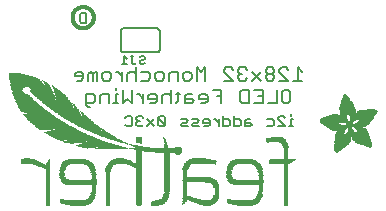
<source format=gbr>
G04 EAGLE Gerber RS-274X export*
G75*
%MOMM*%
%FSLAX34Y34*%
%LPD*%
%INSilkscreen Bottom*%
%IPPOS*%
%AMOC8*
5,1,8,0,0,1.08239X$1,22.5*%
G01*
%ADD10C,0.152400*%
%ADD11C,0.127000*%
%ADD12R,0.914400X0.025400*%
%ADD13R,0.508000X0.025400*%
%ADD14R,0.889000X0.025400*%
%ADD15R,0.406400X0.025400*%
%ADD16R,1.320800X0.025400*%
%ADD17R,0.736600X0.025400*%
%ADD18R,0.660400X0.025400*%
%ADD19R,1.346200X0.025400*%
%ADD20R,1.625600X0.025400*%
%ADD21R,0.939800X0.025400*%
%ADD22R,0.025400X0.025400*%
%ADD23R,0.863600X0.025400*%
%ADD24R,0.431800X0.025400*%
%ADD25R,1.600200X0.025400*%
%ADD26R,1.854200X0.025400*%
%ADD27R,1.066800X0.025400*%
%ADD28R,0.050800X0.025400*%
%ADD29R,1.828800X0.025400*%
%ADD30R,2.032000X0.025400*%
%ADD31R,1.219200X0.025400*%
%ADD32R,0.076200X0.025400*%
%ADD33R,0.990600X0.025400*%
%ADD34R,2.057400X0.025400*%
%ADD35R,2.209800X0.025400*%
%ADD36R,2.362200X0.025400*%
%ADD37R,1.447800X0.025400*%
%ADD38R,0.101600X0.025400*%
%ADD39R,1.092200X0.025400*%
%ADD40R,2.489200X0.025400*%
%ADD41R,1.574800X0.025400*%
%ADD42R,0.127000X0.025400*%
%ADD43R,1.143000X0.025400*%
%ADD44R,2.565400X0.025400*%
%ADD45R,1.676400X0.025400*%
%ADD46R,0.152400X0.025400*%
%ADD47R,1.168400X0.025400*%
%ADD48R,2.590800X0.025400*%
%ADD49R,1.752600X0.025400*%
%ADD50R,0.177800X0.025400*%
%ADD51R,1.193800X0.025400*%
%ADD52R,2.616200X0.025400*%
%ADD53R,0.203200X0.025400*%
%ADD54R,2.641600X0.025400*%
%ADD55R,1.930400X0.025400*%
%ADD56R,0.228600X0.025400*%
%ADD57R,1.244600X0.025400*%
%ADD58R,2.667000X0.025400*%
%ADD59R,0.254000X0.025400*%
%ADD60R,2.692400X0.025400*%
%ADD61R,2.108200X0.025400*%
%ADD62R,0.279400X0.025400*%
%ADD63R,2.717800X0.025400*%
%ADD64R,1.041400X0.025400*%
%ADD65R,2.743200X0.025400*%
%ADD66R,2.260600X0.025400*%
%ADD67R,0.304800X0.025400*%
%ADD68R,0.838200X0.025400*%
%ADD69R,0.685800X0.025400*%
%ADD70R,1.270000X0.025400*%
%ADD71R,0.330200X0.025400*%
%ADD72R,0.609600X0.025400*%
%ADD73R,0.355600X0.025400*%
%ADD74R,0.762000X0.025400*%
%ADD75R,0.635000X0.025400*%
%ADD76R,0.584200X0.025400*%
%ADD77R,0.381000X0.025400*%
%ADD78R,0.533400X0.025400*%
%ADD79R,0.558800X0.025400*%
%ADD80R,0.482600X0.025400*%
%ADD81R,1.117600X0.025400*%
%ADD82R,0.457200X0.025400*%
%ADD83R,0.787400X0.025400*%
%ADD84R,0.711200X0.025400*%
%ADD85R,2.413000X0.025400*%
%ADD86R,2.438400X0.025400*%
%ADD87R,2.540000X0.025400*%
%ADD88R,2.794000X0.025400*%
%ADD89R,2.819400X0.025400*%
%ADD90R,2.844800X0.025400*%
%ADD91R,2.870200X0.025400*%
%ADD92R,1.016000X0.025400*%
%ADD93R,2.895600X0.025400*%
%ADD94R,1.422400X0.025400*%
%ADD95R,2.921000X0.025400*%
%ADD96R,1.803400X0.025400*%
%ADD97R,2.946400X0.025400*%
%ADD98R,2.971800X0.025400*%
%ADD99R,2.997200X0.025400*%
%ADD100R,3.022600X0.025400*%
%ADD101R,2.768600X0.025400*%
%ADD102R,2.514600X0.025400*%
%ADD103R,2.336800X0.025400*%
%ADD104R,0.965200X0.025400*%
%ADD105R,0.812800X0.025400*%
%ADD106R,1.651000X0.025400*%
%ADD107R,1.701800X0.025400*%
%ADD108R,1.727200X0.025400*%
%ADD109R,2.159000X0.025400*%
%ADD110R,1.778000X0.025400*%
%ADD111R,2.082800X0.025400*%
%ADD112R,2.463800X0.025400*%
%ADD113R,2.006600X0.025400*%
%ADD114R,1.905000X0.025400*%
%ADD115R,2.286000X0.025400*%
%ADD116R,1.955800X0.025400*%
%ADD117R,2.235200X0.025400*%
%ADD118R,1.524000X0.025400*%
%ADD119R,1.981200X0.025400*%
%ADD120R,2.184400X0.025400*%
%ADD121R,1.473200X0.025400*%
%ADD122R,1.397000X0.025400*%
%ADD123R,2.387600X0.025400*%
%ADD124R,1.879600X0.025400*%
%ADD125R,1.295400X0.025400*%
%ADD126R,1.549400X0.025400*%
%ADD127R,1.371600X0.025400*%
%ADD128R,3.200400X0.025400*%
%ADD129R,3.378200X0.025400*%
%ADD130R,3.835400X0.025400*%
%ADD131R,3.987800X0.025400*%
%ADD132R,4.089400X0.025400*%
%ADD133R,4.216400X0.025400*%
%ADD134R,2.311400X0.025400*%
%ADD135R,3.225800X0.025400*%
%ADD136R,3.479800X0.025400*%
%ADD137R,3.454400X0.025400*%
%ADD138R,1.498600X0.025400*%
%ADD139R,3.429000X0.025400*%
%ADD140R,3.403600X0.025400*%
%ADD141R,3.352800X0.025400*%
%ADD142R,3.327400X0.025400*%
%ADD143R,3.302000X0.025400*%
%ADD144R,3.276600X0.025400*%
%ADD145R,3.251200X0.025400*%
%ADD146R,3.175000X0.025400*%
%ADD147R,2.133600X0.025400*%
%ADD148R,0.068600X0.007600*%
%ADD149R,0.114300X0.007600*%
%ADD150R,0.152400X0.007700*%
%ADD151R,0.182900X0.007600*%
%ADD152R,0.205700X0.007600*%
%ADD153R,0.228600X0.007600*%
%ADD154R,0.259100X0.007600*%
%ADD155R,0.274300X0.007700*%
%ADD156R,0.289500X0.007600*%
%ADD157R,0.304800X0.007600*%
%ADD158R,0.320100X0.007600*%
%ADD159R,0.342900X0.007600*%
%ADD160R,0.350500X0.007700*%
%ADD161R,0.365800X0.007600*%
%ADD162R,0.381000X0.007600*%
%ADD163R,0.388600X0.007600*%
%ADD164R,0.403800X0.007600*%
%ADD165R,0.419100X0.007700*%
%ADD166R,0.426700X0.007600*%
%ADD167R,0.441900X0.007600*%
%ADD168R,0.449600X0.007600*%
%ADD169R,0.464800X0.007600*%
%ADD170R,0.480000X0.007700*%
%ADD171R,0.487600X0.007600*%
%ADD172R,0.495300X0.007600*%
%ADD173R,0.510500X0.007600*%
%ADD174R,0.518100X0.007600*%
%ADD175R,0.525700X0.007700*%
%ADD176R,0.541000X0.007600*%
%ADD177R,0.548600X0.007600*%
%ADD178R,0.563800X0.007600*%
%ADD179R,0.571500X0.007600*%
%ADD180R,0.579100X0.007700*%
%ADD181R,0.594300X0.007600*%
%ADD182R,0.601900X0.007600*%
%ADD183R,0.609600X0.007600*%
%ADD184R,0.624800X0.007600*%
%ADD185R,0.632400X0.007700*%
%ADD186R,0.640000X0.007600*%
%ADD187R,0.655300X0.007600*%
%ADD188R,0.662900X0.007600*%
%ADD189R,0.678100X0.007600*%
%ADD190R,0.685800X0.007700*%
%ADD191R,0.693400X0.007600*%
%ADD192R,0.708600X0.007600*%
%ADD193R,0.716200X0.007600*%
%ADD194R,0.723900X0.007600*%
%ADD195R,0.739100X0.007700*%
%ADD196R,0.746700X0.007600*%
%ADD197R,0.754300X0.007600*%
%ADD198R,0.769600X0.007600*%
%ADD199R,0.777200X0.007600*%
%ADD200R,0.792400X0.007700*%
%ADD201R,0.800100X0.007600*%
%ADD202R,0.807700X0.007600*%
%ADD203R,0.822900X0.007600*%
%ADD204R,0.830500X0.007600*%
%ADD205R,0.838200X0.007700*%
%ADD206R,0.091500X0.007600*%
%ADD207R,0.853400X0.007600*%
%ADD208R,0.144700X0.007600*%
%ADD209R,0.861000X0.007600*%
%ADD210R,0.190500X0.007600*%
%ADD211R,0.876300X0.007600*%
%ADD212R,0.221000X0.007600*%
%ADD213R,0.883900X0.007600*%
%ADD214R,0.259000X0.007700*%
%ADD215R,0.891500X0.007700*%
%ADD216R,0.289600X0.007600*%
%ADD217R,0.906700X0.007600*%
%ADD218R,0.914400X0.007600*%
%ADD219R,0.350500X0.007600*%
%ADD220R,0.922000X0.007600*%
%ADD221R,0.937200X0.007600*%
%ADD222R,0.411400X0.007700*%
%ADD223R,0.944800X0.007700*%
%ADD224R,0.434300X0.007600*%
%ADD225R,0.952500X0.007600*%
%ADD226R,0.464900X0.007600*%
%ADD227R,0.967700X0.007600*%
%ADD228R,0.975300X0.007600*%
%ADD229R,0.518200X0.007600*%
%ADD230R,0.990600X0.007600*%
%ADD231R,0.548600X0.007700*%
%ADD232R,0.998200X0.007700*%
%ADD233R,1.005800X0.007600*%
%ADD234R,0.594400X0.007600*%
%ADD235R,1.021000X0.007600*%
%ADD236R,0.617200X0.007600*%
%ADD237R,1.028700X0.007600*%
%ADD238R,0.647700X0.007600*%
%ADD239R,1.036300X0.007600*%
%ADD240R,0.670500X0.007700*%
%ADD241R,1.051500X0.007700*%
%ADD242R,1.059100X0.007600*%
%ADD243R,0.716300X0.007600*%
%ADD244R,1.066800X0.007600*%
%ADD245R,0.739100X0.007600*%
%ADD246R,1.074400X0.007600*%
%ADD247R,0.762000X0.007600*%
%ADD248R,1.089600X0.007600*%
%ADD249R,0.784800X0.007700*%
%ADD250R,1.097200X0.007700*%
%ADD251R,1.104900X0.007600*%
%ADD252R,0.830600X0.007600*%
%ADD253R,1.112500X0.007600*%
%ADD254R,0.845800X0.007600*%
%ADD255R,1.120100X0.007600*%
%ADD256R,0.868700X0.007600*%
%ADD257R,1.127700X0.007600*%
%ADD258R,1.135300X0.007700*%
%ADD259R,1.143000X0.007600*%
%ADD260R,0.944900X0.007600*%
%ADD261R,1.150600X0.007600*%
%ADD262R,0.960100X0.007600*%
%ADD263R,1.158200X0.007600*%
%ADD264R,0.983000X0.007600*%
%ADD265R,1.165800X0.007600*%
%ADD266R,1.005900X0.007700*%
%ADD267R,1.173400X0.007700*%
%ADD268R,1.021100X0.007600*%
%ADD269R,1.181100X0.007600*%
%ADD270R,1.044000X0.007600*%
%ADD271R,1.188700X0.007600*%
%ADD272R,1.196300X0.007600*%
%ADD273R,1.082000X0.007600*%
%ADD274R,1.203900X0.007600*%
%ADD275R,1.104900X0.007700*%
%ADD276R,1.211500X0.007700*%
%ADD277R,1.211500X0.007600*%
%ADD278R,1.219200X0.007600*%
%ADD279R,1.226800X0.007600*%
%ADD280R,1.234400X0.007600*%
%ADD281R,1.188700X0.007700*%
%ADD282R,1.242000X0.007700*%
%ADD283R,1.242000X0.007600*%
%ADD284R,1.211600X0.007600*%
%ADD285R,1.249600X0.007600*%
%ADD286R,1.257300X0.007600*%
%ADD287R,1.264900X0.007600*%
%ADD288R,1.242100X0.007700*%
%ADD289R,1.264900X0.007700*%
%ADD290R,1.272500X0.007600*%
%ADD291R,1.265000X0.007600*%
%ADD292R,1.280100X0.007600*%
%ADD293R,1.272600X0.007600*%
%ADD294R,1.287700X0.007600*%
%ADD295R,1.287800X0.007600*%
%ADD296R,1.295400X0.007700*%
%ADD297R,1.303000X0.007600*%
%ADD298R,1.318200X0.007600*%
%ADD299R,1.310600X0.007600*%
%ADD300R,1.325900X0.007600*%
%ADD301R,1.341100X0.007700*%
%ADD302R,1.318200X0.007700*%
%ADD303R,1.341100X0.007600*%
%ADD304R,1.325800X0.007600*%
%ADD305R,1.348700X0.007600*%
%ADD306R,1.364000X0.007600*%
%ADD307R,1.333500X0.007600*%
%ADD308R,1.371600X0.007700*%
%ADD309R,1.379200X0.007600*%
%ADD310R,1.379300X0.007600*%
%ADD311R,1.386900X0.007600*%
%ADD312R,1.394500X0.007600*%
%ADD313R,1.356300X0.007600*%
%ADD314R,1.394400X0.007700*%
%ADD315R,1.356300X0.007700*%
%ADD316R,1.402000X0.007600*%
%ADD317R,1.409700X0.007600*%
%ADD318R,1.363900X0.007600*%
%ADD319R,1.417300X0.007600*%
%ADD320R,1.371600X0.007600*%
%ADD321R,1.424900X0.007700*%
%ADD322R,1.424900X0.007600*%
%ADD323R,1.432600X0.007600*%
%ADD324R,1.440200X0.007600*%
%ADD325R,1.386800X0.007600*%
%ADD326R,1.447800X0.007700*%
%ADD327R,1.386800X0.007700*%
%ADD328R,1.447800X0.007600*%
%ADD329R,1.455500X0.007600*%
%ADD330R,1.394400X0.007600*%
%ADD331R,1.463100X0.007600*%
%ADD332R,1.455400X0.007700*%
%ADD333R,1.463000X0.007600*%
%ADD334R,1.470600X0.007600*%
%ADD335R,1.470600X0.007700*%
%ADD336R,1.409700X0.007700*%
%ADD337R,1.470700X0.007600*%
%ADD338R,1.402100X0.007600*%
%ADD339R,1.478300X0.007600*%
%ADD340R,1.478300X0.007700*%
%ADD341R,1.402100X0.007700*%
%ADD342R,1.485900X0.007600*%
%ADD343R,1.485900X0.007700*%
%ADD344R,1.493500X0.007700*%
%ADD345R,1.493500X0.007600*%
%ADD346R,1.394500X0.007700*%
%ADD347R,1.493600X0.007700*%
%ADD348R,1.386900X0.007700*%
%ADD349R,1.379200X0.007700*%
%ADD350R,2.857500X0.007700*%
%ADD351R,2.857500X0.007600*%
%ADD352R,2.849900X0.007600*%
%ADD353R,2.842300X0.007600*%
%ADD354R,2.834700X0.007700*%
%ADD355R,2.827000X0.007600*%
%ADD356R,2.819400X0.007600*%
%ADD357R,2.811800X0.007600*%
%ADD358R,2.811800X0.007700*%
%ADD359R,2.804100X0.007600*%
%ADD360R,2.796500X0.007600*%
%ADD361R,1.966000X0.007600*%
%ADD362R,1.943100X0.007600*%
%ADD363R,0.754400X0.007600*%
%ADD364R,1.927900X0.007700*%
%ADD365R,0.746700X0.007700*%
%ADD366R,1.912600X0.007600*%
%ADD367R,0.731500X0.007600*%
%ADD368R,1.905000X0.007600*%
%ADD369R,1.882200X0.007600*%
%ADD370R,1.874600X0.007600*%
%ADD371R,1.866900X0.007700*%
%ADD372R,0.708700X0.007700*%
%ADD373R,1.851600X0.007600*%
%ADD374R,0.701100X0.007600*%
%ADD375R,1.844000X0.007600*%
%ADD376R,1.836400X0.007600*%
%ADD377R,1.821200X0.007600*%
%ADD378R,0.685800X0.007600*%
%ADD379R,1.813500X0.007700*%
%ADD380R,1.805900X0.007600*%
%ADD381R,0.678200X0.007600*%
%ADD382R,1.790700X0.007600*%
%ADD383R,0.670600X0.007600*%
%ADD384R,1.775500X0.007600*%
%ADD385R,1.767900X0.007700*%
%ADD386R,0.663000X0.007700*%
%ADD387R,1.760200X0.007600*%
%ADD388R,1.752600X0.007600*%
%ADD389R,0.937300X0.007600*%
%ADD390R,0.792500X0.007600*%
%ADD391R,0.899100X0.007600*%
%ADD392R,0.883900X0.007700*%
%ADD393R,0.716300X0.007700*%
%ADD394R,0.647700X0.007700*%
%ADD395R,0.640100X0.007600*%
%ADD396R,0.632500X0.007600*%
%ADD397R,0.655400X0.007600*%
%ADD398R,0.632400X0.007600*%
%ADD399R,0.845800X0.007700*%
%ADD400R,0.617200X0.007700*%
%ADD401R,0.624800X0.007700*%
%ADD402R,0.602000X0.007600*%
%ADD403R,0.838200X0.007600*%
%ADD404R,0.586700X0.007600*%
%ADD405R,0.548700X0.007600*%
%ADD406R,0.830500X0.007700*%
%ADD407R,0.541000X0.007700*%
%ADD408R,0.594300X0.007700*%
%ADD409R,0.525800X0.007600*%
%ADD410R,0.586800X0.007600*%
%ADD411R,0.815300X0.007600*%
%ADD412R,0.579200X0.007600*%
%ADD413R,0.815400X0.007600*%
%ADD414R,0.815400X0.007700*%
%ADD415R,0.571500X0.007700*%
%ADD416R,0.807800X0.007600*%
%ADD417R,0.563900X0.007600*%
%ADD418R,0.457200X0.007600*%
%ADD419R,0.442000X0.007600*%
%ADD420R,0.556300X0.007600*%
%ADD421R,0.807700X0.007700*%
%ADD422R,0.411500X0.007600*%
%ADD423R,0.533400X0.007600*%
%ADD424R,0.076200X0.007600*%
%ADD425R,0.403900X0.007600*%
%ADD426R,0.525700X0.007600*%
%ADD427R,0.388700X0.007600*%
%ADD428R,0.297200X0.007600*%
%ADD429R,0.373400X0.007700*%
%ADD430R,0.503000X0.007700*%
%ADD431R,0.426800X0.007700*%
%ADD432R,0.358100X0.007600*%
%ADD433R,0.502900X0.007600*%
%ADD434R,0.472400X0.007600*%
%ADD435R,0.487700X0.007600*%
%ADD436R,0.335300X0.007600*%
%ADD437R,0.792500X0.007700*%
%ADD438R,0.327600X0.007700*%
%ADD439R,0.472400X0.007700*%
%ADD440R,0.640000X0.007700*%
%ADD441R,0.784800X0.007600*%
%ADD442R,0.320000X0.007600*%
%ADD443R,0.792400X0.007600*%
%ADD444R,1.173400X0.007600*%
%ADD445R,1.196400X0.007600*%
%ADD446R,0.784900X0.007600*%
%ADD447R,0.784900X0.007700*%
%ADD448R,0.297200X0.007700*%
%ADD449R,1.249700X0.007600*%
%ADD450R,0.281900X0.007600*%
%ADD451R,1.295400X0.007600*%
%ADD452R,0.266700X0.007600*%
%ADD453R,0.777300X0.007700*%
%ADD454R,0.266700X0.007700*%
%ADD455R,1.333500X0.007700*%
%ADD456R,0.777300X0.007600*%
%ADD457R,1.348800X0.007600*%
%ADD458R,0.251500X0.007600*%
%ADD459R,0.243900X0.007700*%
%ADD460R,0.243900X0.007600*%
%ADD461R,1.440100X0.007600*%
%ADD462R,0.236200X0.007600*%
%ADD463R,0.762000X0.007700*%
%ADD464R,0.236200X0.007700*%
%ADD465R,1.508700X0.007700*%
%ADD466R,1.531600X0.007600*%
%ADD467R,1.546900X0.007600*%
%ADD468R,1.569700X0.007600*%
%ADD469R,1.585000X0.007600*%
%ADD470R,0.746800X0.007700*%
%ADD471R,1.607800X0.007700*%
%ADD472R,0.243800X0.007600*%
%ADD473R,1.630700X0.007600*%
%ADD474R,1.653500X0.007600*%
%ADD475R,0.739200X0.007600*%
%ADD476R,1.684000X0.007600*%
%ADD477R,2.019300X0.007600*%
%ADD478R,0.731500X0.007700*%
%ADD479R,2.026900X0.007700*%
%ADD480R,2.049800X0.007600*%
%ADD481R,2.057400X0.007600*%
%ADD482R,0.708700X0.007600*%
%ADD483R,2.072600X0.007600*%
%ADD484R,0.701000X0.007600*%
%ADD485R,2.095500X0.007600*%
%ADD486R,0.693500X0.007700*%
%ADD487R,2.110800X0.007700*%
%ADD488R,2.141200X0.007600*%
%ADD489R,0.060900X0.007600*%
%ADD490R,2.872700X0.007600*%
%ADD491R,3.124200X0.007600*%
%ADD492R,3.177600X0.007600*%
%ADD493R,3.215600X0.007700*%
%ADD494R,3.253700X0.007600*%
%ADD495R,3.284300X0.007600*%
%ADD496R,3.314700X0.007600*%
%ADD497R,3.352800X0.007600*%
%ADD498R,3.375600X0.007700*%
%ADD499R,3.406200X0.007600*%
%ADD500R,3.429000X0.007600*%
%ADD501R,3.451800X0.007600*%
%ADD502R,3.482400X0.007600*%
%ADD503R,1.828800X0.007700*%
%ADD504R,1.539300X0.007700*%
%ADD505R,1.767900X0.007600*%
%ADD506R,1.767800X0.007600*%
%ADD507R,1.760200X0.007700*%
%ADD508R,1.760300X0.007600*%
%ADD509R,1.775400X0.007700*%
%ADD510R,1.379300X0.007700*%
%ADD511R,1.783000X0.007600*%
%ADD512R,1.813500X0.007600*%
%ADD513R,1.821100X0.007700*%
%ADD514R,0.503000X0.007600*%
%ADD515R,1.135400X0.007600*%
%ADD516R,1.127700X0.007700*%
%ADD517R,0.487700X0.007700*%
%ADD518R,1.120200X0.007600*%
%ADD519R,1.097300X0.007600*%
%ADD520R,0.510600X0.007600*%
%ADD521R,1.074400X0.007700*%
%ADD522R,0.525800X0.007700*%
%ADD523R,1.440200X0.007700*%
%ADD524R,1.059200X0.007600*%
%ADD525R,1.051600X0.007600*%
%ADD526R,1.051500X0.007600*%
%ADD527R,1.043900X0.007700*%
%ADD528R,0.602000X0.007700*%
%ADD529R,1.524000X0.007600*%
%ADD530R,1.539300X0.007600*%
%ADD531R,1.592600X0.007600*%
%ADD532R,1.021100X0.007700*%
%ADD533R,1.615400X0.007700*%
%ADD534R,1.013400X0.007600*%
%ADD535R,1.653600X0.007600*%
%ADD536R,1.013500X0.007600*%
%ADD537R,1.699300X0.007600*%
%ADD538R,2.743200X0.007600*%
%ADD539R,1.005900X0.007600*%
%ADD540R,2.415500X0.007600*%
%ADD541R,1.005800X0.007700*%
%ADD542R,0.281900X0.007700*%
%ADD543R,2.408000X0.007700*%
%ADD544R,2.407900X0.007600*%
%ADD545R,0.998200X0.007600*%
%ADD546R,0.282000X0.007600*%
%ADD547R,0.998300X0.007600*%
%ADD548R,2.400300X0.007600*%
%ADD549R,0.289500X0.007700*%
%ADD550R,2.400300X0.007700*%
%ADD551R,0.297100X0.007600*%
%ADD552R,0.312400X0.007600*%
%ADD553R,2.392700X0.007600*%
%ADD554R,0.990600X0.007700*%
%ADD555R,0.327700X0.007700*%
%ADD556R,2.392700X0.007700*%
%ADD557R,2.385100X0.007600*%
%ADD558R,0.381000X0.007700*%
%ADD559R,2.377400X0.007700*%
%ADD560R,2.377400X0.007600*%
%ADD561R,2.369800X0.007600*%
%ADD562R,0.419100X0.007600*%
%ADD563R,2.362200X0.007600*%
%ADD564R,0.426800X0.007600*%
%ADD565R,1.036300X0.007700*%
%ADD566R,0.442000X0.007700*%
%ADD567R,2.354600X0.007700*%
%ADD568R,2.354600X0.007600*%
%ADD569R,0.480100X0.007600*%
%ADD570R,2.347000X0.007600*%
%ADD571R,1.074500X0.007600*%
%ADD572R,2.339400X0.007600*%
%ADD573R,1.082100X0.007700*%
%ADD574R,0.548700X0.007700*%
%ADD575R,2.331800X0.007700*%
%ADD576R,2.331800X0.007600*%
%ADD577R,0.624900X0.007600*%
%ADD578R,2.324100X0.007600*%
%ADD579R,1.859300X0.007600*%
%ADD580R,2.308800X0.007600*%
%ADD581R,2.301200X0.007700*%
%ADD582R,2.301200X0.007600*%
%ADD583R,2.293600X0.007600*%
%ADD584R,2.278400X0.007600*%
%ADD585R,1.889800X0.007600*%
%ADD586R,2.270700X0.007600*%
%ADD587R,1.897400X0.007700*%
%ADD588R,2.255500X0.007700*%
%ADD589R,1.897400X0.007600*%
%ADD590R,2.247900X0.007600*%
%ADD591R,2.232600X0.007600*%
%ADD592R,1.912700X0.007600*%
%ADD593R,2.209800X0.007600*%
%ADD594R,1.920300X0.007600*%
%ADD595R,2.186900X0.007600*%
%ADD596R,1.920300X0.007700*%
%ADD597R,2.171700X0.007700*%
%ADD598R,1.935500X0.007600*%
%ADD599R,2.148800X0.007600*%
%ADD600R,2.126000X0.007600*%
%ADD601R,1.950700X0.007600*%
%ADD602R,1.958400X0.007700*%
%ADD603R,2.042200X0.007700*%
%ADD604R,1.973600X0.007600*%
%ADD605R,1.996500X0.007600*%
%ADD606R,1.981200X0.007600*%
%ADD607R,1.988800X0.007600*%
%ADD608R,1.996400X0.007700*%
%ADD609R,1.996400X0.007600*%
%ADD610R,2.004100X0.007600*%
%ADD611R,1.874500X0.007600*%
%ADD612R,1.425000X0.007600*%
%ADD613R,2.026900X0.007600*%
%ADD614R,0.434400X0.007700*%
%ADD615R,1.364000X0.007700*%
%ADD616R,2.034500X0.007600*%
%ADD617R,0.434400X0.007600*%
%ADD618R,2.049700X0.007600*%
%ADD619R,2.065000X0.007700*%
%ADD620R,0.464800X0.007700*%
%ADD621R,1.196300X0.007700*%
%ADD622R,2.080300X0.007600*%
%ADD623R,1.158300X0.007600*%
%ADD624R,2.087900X0.007600*%
%ADD625R,0.472500X0.007600*%
%ADD626R,2.103100X0.007600*%
%ADD627R,2.118400X0.007600*%
%ADD628R,2.133600X0.007600*%
%ADD629R,2.148800X0.007700*%
%ADD630R,2.164000X0.007600*%
%ADD631R,2.171700X0.007600*%
%ADD632R,2.187000X0.007600*%
%ADD633R,0.556200X0.007600*%
%ADD634R,2.202200X0.007700*%
%ADD635R,0.556200X0.007700*%
%ADD636R,0.640100X0.007700*%
%ADD637R,0.579100X0.007600*%
%ADD638R,0.480000X0.007600*%
%ADD639R,1.752600X0.007700*%
%ADD640R,0.487600X0.007700*%
%ADD641R,0.594400X0.007700*%
%ADD642R,0.358100X0.007700*%
%ADD643R,0.099000X0.007600*%
%ADD644R,1.280200X0.007600*%
%ADD645R,1.745000X0.007600*%
%ADD646R,1.744900X0.007600*%
%ADD647R,1.737300X0.007700*%
%ADD648R,1.737400X0.007600*%
%ADD649R,1.729800X0.007600*%
%ADD650R,1.722200X0.007600*%
%ADD651R,1.722100X0.007600*%
%ADD652R,1.714500X0.007700*%
%ADD653R,1.356400X0.007700*%
%ADD654R,1.706900X0.007600*%
%ADD655R,1.356400X0.007600*%
%ADD656R,1.691700X0.007600*%
%ADD657R,1.668800X0.007700*%
%ADD658R,1.645900X0.007600*%
%ADD659R,1.623100X0.007600*%
%ADD660R,1.577400X0.007600*%
%ADD661R,1.554400X0.007600*%
%ADD662R,1.539200X0.007600*%
%ADD663R,1.524000X0.007700*%
%ADD664R,1.501100X0.007600*%
%ADD665R,1.455400X0.007600*%
%ADD666R,1.348800X0.007700*%
%ADD667R,1.318300X0.007600*%
%ADD668R,1.310600X0.007700*%
%ADD669R,1.287800X0.007700*%
%ADD670R,1.234500X0.007600*%
%ADD671R,1.226900X0.007600*%
%ADD672R,1.173500X0.007700*%
%ADD673R,1.173500X0.007600*%
%ADD674R,1.165900X0.007600*%
%ADD675R,1.143000X0.007700*%
%ADD676R,1.127800X0.007600*%
%ADD677R,1.097200X0.007600*%
%ADD678R,1.028700X0.007700*%
%ADD679R,0.982900X0.007600*%
%ADD680R,0.952500X0.007700*%
%ADD681R,0.929600X0.007600*%
%ADD682R,0.906800X0.007700*%
%ADD683R,0.906800X0.007600*%
%ADD684R,0.899200X0.007600*%
%ADD685R,0.884000X0.007600*%
%ADD686R,0.876300X0.007700*%
%ADD687R,0.830600X0.007700*%
%ADD688R,0.754400X0.007700*%
%ADD689R,0.746800X0.007600*%
%ADD690R,0.708600X0.007700*%
%ADD691R,0.678200X0.007700*%
%ADD692R,0.663000X0.007600*%
%ADD693R,0.632500X0.007700*%
%ADD694R,0.556300X0.007700*%
%ADD695R,0.518200X0.007700*%
%ADD696R,0.434300X0.007700*%
%ADD697R,0.396300X0.007700*%
%ADD698R,0.373300X0.007600*%
%ADD699R,0.365700X0.007600*%
%ADD700R,0.327700X0.007600*%
%ADD701R,0.304800X0.007700*%
%ADD702R,0.274300X0.007600*%
%ADD703R,0.243800X0.007700*%
%ADD704R,0.205800X0.007600*%
%ADD705R,0.152400X0.007600*%
%ADD706R,0.121900X0.007700*%
%ADD707C,0.304800*%
%ADD708C,0.203200*%


D10*
X251332Y165064D02*
X247604Y168793D01*
X247604Y157607D01*
X251332Y157607D02*
X243875Y157607D01*
X239638Y157607D02*
X232181Y157607D01*
X239638Y157607D02*
X232181Y165064D01*
X232181Y166928D01*
X234046Y168793D01*
X237774Y168793D01*
X239638Y166928D01*
X227945Y166928D02*
X226080Y168793D01*
X222352Y168793D01*
X220487Y166928D01*
X220487Y165064D01*
X222352Y163200D01*
X220487Y161336D01*
X220487Y159471D01*
X222352Y157607D01*
X226080Y157607D01*
X227945Y159471D01*
X227945Y161336D01*
X226080Y163200D01*
X227945Y165064D01*
X227945Y166928D01*
X226080Y163200D02*
X222352Y163200D01*
X216251Y165064D02*
X208794Y157607D01*
X216251Y157607D02*
X208794Y165064D01*
X204557Y166928D02*
X202692Y168793D01*
X198964Y168793D01*
X197100Y166928D01*
X197100Y165064D01*
X198964Y163200D01*
X200828Y163200D01*
X198964Y163200D02*
X197100Y161336D01*
X197100Y159471D01*
X198964Y157607D01*
X202692Y157607D01*
X204557Y159471D01*
X192863Y157607D02*
X185406Y157607D01*
X192863Y157607D02*
X185406Y165064D01*
X185406Y166928D01*
X187270Y168793D01*
X190998Y168793D01*
X192863Y166928D01*
X169475Y168793D02*
X169475Y157607D01*
X165746Y165064D02*
X169475Y168793D01*
X165746Y165064D02*
X162018Y168793D01*
X162018Y157607D01*
X155916Y157607D02*
X152188Y157607D01*
X150324Y159471D01*
X150324Y163200D01*
X152188Y165064D01*
X155916Y165064D01*
X157781Y163200D01*
X157781Y159471D01*
X155916Y157607D01*
X146087Y157607D02*
X146087Y165064D01*
X140494Y165064D01*
X138630Y163200D01*
X138630Y157607D01*
X132529Y157607D02*
X128800Y157607D01*
X126936Y159471D01*
X126936Y163200D01*
X128800Y165064D01*
X132529Y165064D01*
X134393Y163200D01*
X134393Y159471D01*
X132529Y157607D01*
X120835Y165064D02*
X115242Y165064D01*
X120835Y165064D02*
X122699Y163200D01*
X122699Y159471D01*
X120835Y157607D01*
X115242Y157607D01*
X111005Y157607D02*
X111005Y168793D01*
X109141Y165064D02*
X111005Y163200D01*
X109141Y165064D02*
X105412Y165064D01*
X103548Y163200D01*
X103548Y157607D01*
X99311Y157607D02*
X99311Y165064D01*
X99311Y161336D02*
X95582Y165064D01*
X93718Y165064D01*
X87702Y157607D02*
X83973Y157607D01*
X82109Y159471D01*
X82109Y163200D01*
X83973Y165064D01*
X87702Y165064D01*
X89566Y163200D01*
X89566Y159471D01*
X87702Y157607D01*
X77872Y157607D02*
X77872Y165064D01*
X76008Y165064D01*
X74143Y163200D01*
X74143Y157607D01*
X74143Y163200D02*
X72279Y165064D01*
X70415Y163200D01*
X70415Y157607D01*
X64314Y157607D02*
X60585Y157607D01*
X64314Y157607D02*
X66178Y159471D01*
X66178Y163200D01*
X64314Y165064D01*
X60585Y165064D01*
X58721Y163200D01*
X58721Y161336D01*
X66178Y161336D01*
X235995Y149743D02*
X239723Y149743D01*
X241587Y147878D01*
X241587Y140421D01*
X239723Y138557D01*
X235995Y138557D01*
X234130Y140421D01*
X234130Y147878D01*
X235995Y149743D01*
X229893Y149743D02*
X229893Y138557D01*
X222436Y138557D01*
X218200Y149743D02*
X210742Y149743D01*
X218200Y149743D02*
X218200Y138557D01*
X210742Y138557D01*
X214471Y144150D02*
X218200Y144150D01*
X206506Y149743D02*
X206506Y138557D01*
X200913Y138557D01*
X199049Y140421D01*
X199049Y147878D01*
X200913Y149743D01*
X206506Y149743D01*
X183118Y149743D02*
X183118Y138557D01*
X183118Y149743D02*
X175661Y149743D01*
X179389Y144150D02*
X183118Y144150D01*
X169559Y138557D02*
X165831Y138557D01*
X169559Y138557D02*
X171424Y140421D01*
X171424Y144150D01*
X169559Y146014D01*
X165831Y146014D01*
X163967Y144150D01*
X163967Y142286D01*
X171424Y142286D01*
X157865Y146014D02*
X154137Y146014D01*
X152273Y144150D01*
X152273Y138557D01*
X157865Y138557D01*
X159730Y140421D01*
X157865Y142286D01*
X152273Y142286D01*
X146171Y140421D02*
X146171Y147878D01*
X146171Y140421D02*
X144307Y138557D01*
X144307Y146014D02*
X148036Y146014D01*
X140240Y149743D02*
X140240Y138557D01*
X140240Y144150D02*
X138375Y146014D01*
X134647Y146014D01*
X132783Y144150D01*
X132783Y138557D01*
X126682Y138557D02*
X122953Y138557D01*
X126682Y138557D02*
X128546Y140421D01*
X128546Y144150D01*
X126682Y146014D01*
X122953Y146014D01*
X121089Y144150D01*
X121089Y142286D01*
X128546Y142286D01*
X116852Y146014D02*
X116852Y138557D01*
X116852Y142286D02*
X113123Y146014D01*
X111259Y146014D01*
X107107Y149743D02*
X107107Y138557D01*
X103378Y142286D01*
X99650Y138557D01*
X99650Y149743D01*
X95413Y146014D02*
X93549Y146014D01*
X93549Y138557D01*
X95413Y138557D02*
X91684Y138557D01*
X93549Y149743D02*
X93549Y151607D01*
X87617Y146014D02*
X87617Y138557D01*
X87617Y146014D02*
X82024Y146014D01*
X80160Y144150D01*
X80160Y138557D01*
X72194Y134829D02*
X70330Y134829D01*
X68466Y136693D01*
X68466Y146014D01*
X74059Y146014D01*
X75923Y144150D01*
X75923Y140421D01*
X74059Y138557D01*
X68466Y138557D01*
D11*
X241835Y124677D02*
X243318Y124677D01*
X241835Y124677D02*
X241835Y118745D01*
X243318Y118745D02*
X240352Y118745D01*
X241835Y127643D02*
X241835Y129126D01*
X237081Y118745D02*
X231149Y118745D01*
X237081Y118745D02*
X231149Y124677D01*
X231149Y126160D01*
X232632Y127643D01*
X235598Y127643D01*
X237081Y126160D01*
X226243Y124677D02*
X221794Y124677D01*
X226243Y124677D02*
X227726Y123194D01*
X227726Y120228D01*
X226243Y118745D01*
X221794Y118745D01*
X207533Y124677D02*
X204567Y124677D01*
X203084Y123194D01*
X203084Y118745D01*
X207533Y118745D01*
X209015Y120228D01*
X207533Y121711D01*
X203084Y121711D01*
X193729Y118745D02*
X193729Y127643D01*
X193729Y118745D02*
X198177Y118745D01*
X199660Y120228D01*
X199660Y123194D01*
X198177Y124677D01*
X193729Y124677D01*
X184373Y127643D02*
X184373Y118745D01*
X188822Y118745D01*
X190305Y120228D01*
X190305Y123194D01*
X188822Y124677D01*
X184373Y124677D01*
X180950Y124677D02*
X180950Y118745D01*
X180950Y121711D02*
X177984Y124677D01*
X176501Y124677D01*
X171671Y118745D02*
X168705Y118745D01*
X171671Y118745D02*
X173154Y120228D01*
X173154Y123194D01*
X171671Y124677D01*
X168705Y124677D01*
X167222Y123194D01*
X167222Y121711D01*
X173154Y121711D01*
X163799Y118745D02*
X159350Y118745D01*
X157867Y120228D01*
X159350Y121711D01*
X162316Y121711D01*
X163799Y123194D01*
X162316Y124677D01*
X157867Y124677D01*
X154444Y118745D02*
X149995Y118745D01*
X148512Y120228D01*
X149995Y121711D01*
X152961Y121711D01*
X154444Y123194D01*
X152961Y124677D01*
X148512Y124677D01*
X135733Y126160D02*
X135733Y120228D01*
X135733Y126160D02*
X134250Y127643D01*
X131284Y127643D01*
X129801Y126160D01*
X129801Y120228D01*
X131284Y118745D01*
X134250Y118745D01*
X135733Y120228D01*
X129801Y126160D01*
X126378Y124677D02*
X120446Y118745D01*
X126378Y118745D02*
X120446Y124677D01*
X117023Y126160D02*
X115540Y127643D01*
X112574Y127643D01*
X111091Y126160D01*
X111091Y124677D01*
X112574Y123194D01*
X114057Y123194D01*
X112574Y123194D02*
X111091Y121711D01*
X111091Y120228D01*
X112574Y118745D01*
X115540Y118745D01*
X117023Y120228D01*
X103219Y127643D02*
X101736Y126160D01*
X103219Y127643D02*
X106185Y127643D01*
X107668Y126160D01*
X107668Y120228D01*
X106185Y118745D01*
X103219Y118745D01*
X101736Y120228D01*
D12*
X204089Y51562D03*
D13*
X171069Y51562D03*
D14*
X62738Y51562D03*
D15*
X237617Y51816D03*
D16*
X203327Y51816D03*
D17*
X170942Y51816D03*
D18*
X127127Y51816D03*
D15*
X113665Y51816D03*
X86741Y51816D03*
D19*
X61976Y51816D03*
D15*
X35941Y51816D03*
X237617Y52070D03*
D20*
X202819Y52070D03*
D21*
X170688Y52070D03*
D22*
X150622Y52070D03*
D23*
X127889Y52070D03*
D24*
X113538Y52070D03*
D15*
X86741Y52070D03*
D25*
X61468Y52070D03*
D15*
X35941Y52070D03*
X237617Y52324D03*
D26*
X202438Y52324D03*
D27*
X170561Y52324D03*
D28*
X150749Y52324D03*
D21*
X128270Y52324D03*
D24*
X113538Y52324D03*
D15*
X86741Y52324D03*
D29*
X61087Y52324D03*
D15*
X35941Y52324D03*
X237617Y52578D03*
D30*
X202057Y52578D03*
D31*
X170307Y52578D03*
D32*
X150876Y52578D03*
D33*
X128524Y52578D03*
D24*
X113538Y52578D03*
D15*
X86741Y52578D03*
D34*
X60706Y52578D03*
D15*
X35941Y52578D03*
X237617Y52832D03*
D35*
X201676Y52832D03*
D19*
X170180Y52832D03*
D32*
X150876Y52832D03*
D27*
X128905Y52832D03*
D24*
X113538Y52832D03*
D15*
X86741Y52832D03*
D35*
X60452Y52832D03*
D15*
X35941Y52832D03*
X237617Y53086D03*
D36*
X201422Y53086D03*
D37*
X169926Y53086D03*
D38*
X151003Y53086D03*
D39*
X129032Y53086D03*
D24*
X113538Y53086D03*
D15*
X86741Y53086D03*
D36*
X60198Y53086D03*
D15*
X35941Y53086D03*
X237617Y53340D03*
D40*
X201295Y53340D03*
D41*
X169799Y53340D03*
D42*
X151130Y53340D03*
D43*
X129286Y53340D03*
D24*
X113538Y53340D03*
D15*
X86741Y53340D03*
D40*
X59817Y53340D03*
D15*
X35941Y53340D03*
X237617Y53594D03*
D44*
X201168Y53594D03*
D45*
X169545Y53594D03*
D46*
X151257Y53594D03*
D47*
X129413Y53594D03*
D24*
X113538Y53594D03*
D15*
X86741Y53594D03*
D44*
X59690Y53594D03*
D15*
X35941Y53594D03*
X237617Y53848D03*
D48*
X201295Y53848D03*
D49*
X169418Y53848D03*
D50*
X151384Y53848D03*
D51*
X129540Y53848D03*
D24*
X113538Y53848D03*
D15*
X86741Y53848D03*
D52*
X59944Y53848D03*
D15*
X35941Y53848D03*
X237617Y54102D03*
D52*
X201422Y54102D03*
D26*
X169164Y54102D03*
D53*
X151511Y54102D03*
D31*
X129667Y54102D03*
D24*
X113538Y54102D03*
D15*
X86741Y54102D03*
D54*
X60071Y54102D03*
D15*
X35941Y54102D03*
X237617Y54356D03*
D54*
X201549Y54356D03*
D55*
X169037Y54356D03*
D56*
X151638Y54356D03*
D57*
X129794Y54356D03*
D24*
X113538Y54356D03*
D15*
X86741Y54356D03*
D58*
X60198Y54356D03*
D15*
X35941Y54356D03*
X237617Y54610D03*
D58*
X201676Y54610D03*
D30*
X168783Y54610D03*
D59*
X151765Y54610D03*
D57*
X130048Y54610D03*
D24*
X113538Y54610D03*
D15*
X86741Y54610D03*
D60*
X60325Y54610D03*
D15*
X35941Y54610D03*
X237617Y54864D03*
D60*
X201803Y54864D03*
D61*
X168656Y54864D03*
D62*
X151892Y54864D03*
D47*
X130683Y54864D03*
D24*
X113538Y54864D03*
D15*
X86741Y54864D03*
D60*
X60325Y54864D03*
D15*
X35941Y54864D03*
X237617Y55118D03*
D63*
X201930Y55118D03*
D35*
X168402Y55118D03*
D62*
X151892Y55118D03*
D64*
X131318Y55118D03*
D24*
X113538Y55118D03*
D15*
X86741Y55118D03*
D63*
X60452Y55118D03*
D15*
X35941Y55118D03*
X237617Y55372D03*
D65*
X202057Y55372D03*
D66*
X168148Y55372D03*
D67*
X152019Y55372D03*
D21*
X132080Y55372D03*
D24*
X113538Y55372D03*
D15*
X86741Y55372D03*
D65*
X60579Y55372D03*
D15*
X35941Y55372D03*
X237617Y55626D03*
D68*
X211582Y55626D03*
D43*
X194056Y55626D03*
D69*
X176276Y55626D03*
D70*
X162687Y55626D03*
D71*
X152146Y55626D03*
D23*
X132715Y55626D03*
D24*
X113538Y55626D03*
D15*
X86741Y55626D03*
D68*
X70358Y55626D03*
D47*
X52705Y55626D03*
D15*
X35941Y55626D03*
X237617Y55880D03*
D69*
X212598Y55880D03*
D72*
X191389Y55880D03*
X176657Y55880D03*
D43*
X161544Y55880D03*
D73*
X152273Y55880D03*
D74*
X133223Y55880D03*
D24*
X113538Y55880D03*
D15*
X86741Y55880D03*
D69*
X71120Y55880D03*
D72*
X49911Y55880D03*
D15*
X35941Y55880D03*
X237617Y56134D03*
D75*
X213106Y56134D03*
D67*
X189865Y56134D03*
D76*
X177038Y56134D03*
D27*
X160655Y56134D03*
D77*
X152400Y56134D03*
D18*
X133985Y56134D03*
D24*
X113538Y56134D03*
D15*
X86741Y56134D03*
D75*
X71628Y56134D03*
D71*
X48514Y56134D03*
D15*
X35941Y56134D03*
X237617Y56388D03*
D76*
X213360Y56388D03*
D38*
X188849Y56388D03*
D78*
X177292Y56388D03*
D33*
X159766Y56388D03*
D15*
X152527Y56388D03*
D72*
X134239Y56388D03*
D24*
X113538Y56388D03*
D15*
X86741Y56388D03*
D76*
X71882Y56388D03*
D38*
X47371Y56388D03*
D15*
X35941Y56388D03*
X237617Y56642D03*
D79*
X213741Y56642D03*
D13*
X177673Y56642D03*
D16*
X157099Y56642D03*
D76*
X134620Y56642D03*
D24*
X113538Y56642D03*
D15*
X86741Y56642D03*
D79*
X72263Y56642D03*
D15*
X35941Y56642D03*
X237617Y56896D03*
D78*
X213868Y56896D03*
D80*
X177800Y56896D03*
D31*
X156591Y56896D03*
D78*
X134874Y56896D03*
D24*
X113538Y56896D03*
D15*
X86741Y56896D03*
D13*
X72517Y56896D03*
D15*
X35941Y56896D03*
X237617Y57150D03*
D78*
X214122Y57150D03*
D80*
X178054Y57150D03*
D81*
X156083Y57150D03*
D78*
X135128Y57150D03*
D24*
X113538Y57150D03*
D15*
X86741Y57150D03*
D13*
X72771Y57150D03*
D15*
X35941Y57150D03*
X237617Y57404D03*
D13*
X214249Y57404D03*
D80*
X178054Y57404D03*
D64*
X155702Y57404D03*
D13*
X135255Y57404D03*
D24*
X113538Y57404D03*
D15*
X86741Y57404D03*
D80*
X72898Y57404D03*
D15*
X35941Y57404D03*
X237617Y57658D03*
D80*
X214376Y57658D03*
D82*
X178181Y57658D03*
D21*
X155194Y57658D03*
D80*
X135382Y57658D03*
D24*
X113538Y57658D03*
D15*
X86741Y57658D03*
D80*
X73152Y57658D03*
D15*
X35941Y57658D03*
X237617Y57912D03*
D80*
X214630Y57912D03*
D82*
X178435Y57912D03*
D23*
X154813Y57912D03*
D80*
X135636Y57912D03*
D24*
X113538Y57912D03*
D15*
X86741Y57912D03*
D82*
X73279Y57912D03*
D15*
X35941Y57912D03*
X237617Y58166D03*
D82*
X214757Y58166D03*
X178435Y58166D03*
D83*
X154432Y58166D03*
D82*
X135763Y58166D03*
D24*
X113538Y58166D03*
D15*
X86741Y58166D03*
D82*
X73279Y58166D03*
D15*
X35941Y58166D03*
X237617Y58420D03*
D24*
X214884Y58420D03*
X178562Y58420D03*
D84*
X154051Y58420D03*
D82*
X135763Y58420D03*
D24*
X113538Y58420D03*
D15*
X86741Y58420D03*
D82*
X73533Y58420D03*
D15*
X35941Y58420D03*
X237617Y58674D03*
D82*
X215011Y58674D03*
D24*
X178562Y58674D03*
D75*
X153670Y58674D03*
D82*
X136017Y58674D03*
D24*
X113538Y58674D03*
D15*
X86741Y58674D03*
D24*
X73660Y58674D03*
D15*
X35941Y58674D03*
X237617Y58928D03*
D24*
X215138Y58928D03*
X178816Y58928D03*
D79*
X153289Y58928D03*
D82*
X136017Y58928D03*
D24*
X113538Y58928D03*
D15*
X86741Y58928D03*
D24*
X73660Y58928D03*
D15*
X35941Y58928D03*
X237617Y59182D03*
D24*
X215138Y59182D03*
X178816Y59182D03*
D80*
X152908Y59182D03*
D24*
X136144Y59182D03*
X113538Y59182D03*
D15*
X86741Y59182D03*
D24*
X73914Y59182D03*
D15*
X35941Y59182D03*
X237617Y59436D03*
D24*
X215392Y59436D03*
X178816Y59436D03*
D15*
X152527Y59436D03*
D24*
X136144Y59436D03*
X113538Y59436D03*
D15*
X86741Y59436D03*
D24*
X73914Y59436D03*
D15*
X35941Y59436D03*
X237617Y59690D03*
D24*
X215392Y59690D03*
X178816Y59690D03*
D15*
X152527Y59690D03*
D82*
X136271Y59690D03*
D24*
X113538Y59690D03*
D15*
X86741Y59690D03*
X74041Y59690D03*
X35941Y59690D03*
X237617Y59944D03*
X215519Y59944D03*
X178943Y59944D03*
X152527Y59944D03*
D24*
X136398Y59944D03*
X113538Y59944D03*
D15*
X86741Y59944D03*
D24*
X74168Y59944D03*
D15*
X35941Y59944D03*
X237617Y60198D03*
X215519Y60198D03*
X178943Y60198D03*
X152527Y60198D03*
D24*
X136398Y60198D03*
X113538Y60198D03*
D15*
X86741Y60198D03*
D24*
X74168Y60198D03*
D15*
X35941Y60198D03*
X237617Y60452D03*
D24*
X215646Y60452D03*
D15*
X178943Y60452D03*
X152527Y60452D03*
D24*
X136398Y60452D03*
X113538Y60452D03*
D15*
X86741Y60452D03*
X74295Y60452D03*
X35941Y60452D03*
X237617Y60706D03*
X215773Y60706D03*
X178943Y60706D03*
X152527Y60706D03*
X136525Y60706D03*
D24*
X113538Y60706D03*
D15*
X86741Y60706D03*
X74295Y60706D03*
X35941Y60706D03*
X237617Y60960D03*
X215773Y60960D03*
X178943Y60960D03*
X152527Y60960D03*
X136525Y60960D03*
D24*
X113538Y60960D03*
D15*
X86741Y60960D03*
X74295Y60960D03*
X35941Y60960D03*
X237617Y61214D03*
X215773Y61214D03*
X178943Y61214D03*
X152527Y61214D03*
D24*
X136652Y61214D03*
X113538Y61214D03*
D15*
X86741Y61214D03*
D24*
X74422Y61214D03*
D15*
X35941Y61214D03*
X237617Y61468D03*
X215773Y61468D03*
X178943Y61468D03*
X152527Y61468D03*
D24*
X136652Y61468D03*
X113538Y61468D03*
D15*
X86741Y61468D03*
X74549Y61468D03*
X35941Y61468D03*
X237617Y61722D03*
X216027Y61722D03*
X178943Y61722D03*
X152527Y61722D03*
D24*
X136652Y61722D03*
X113538Y61722D03*
D15*
X86741Y61722D03*
X74549Y61722D03*
X35941Y61722D03*
X237617Y61976D03*
X216027Y61976D03*
X178943Y61976D03*
X152527Y61976D03*
D24*
X136652Y61976D03*
X113538Y61976D03*
D15*
X86741Y61976D03*
X74549Y61976D03*
X35941Y61976D03*
X237617Y62230D03*
X216027Y62230D03*
X178943Y62230D03*
X152527Y62230D03*
X136779Y62230D03*
D24*
X113538Y62230D03*
D15*
X86741Y62230D03*
X74549Y62230D03*
X35941Y62230D03*
X237617Y62484D03*
X216027Y62484D03*
X178943Y62484D03*
X152527Y62484D03*
X136779Y62484D03*
D24*
X113538Y62484D03*
D15*
X86741Y62484D03*
X74803Y62484D03*
X35941Y62484D03*
X237617Y62738D03*
X216027Y62738D03*
X178943Y62738D03*
X152527Y62738D03*
X136779Y62738D03*
D24*
X113538Y62738D03*
D15*
X86741Y62738D03*
X74803Y62738D03*
X35941Y62738D03*
X237617Y62992D03*
X216027Y62992D03*
X178943Y62992D03*
X152527Y62992D03*
X136779Y62992D03*
D24*
X113538Y62992D03*
D15*
X86741Y62992D03*
X74803Y62992D03*
X35941Y62992D03*
X237617Y63246D03*
X216281Y63246D03*
X178943Y63246D03*
X152527Y63246D03*
X136779Y63246D03*
D24*
X113538Y63246D03*
D15*
X86741Y63246D03*
X74803Y63246D03*
X35941Y63246D03*
X237617Y63500D03*
X216281Y63500D03*
X178943Y63500D03*
X152527Y63500D03*
D24*
X136906Y63500D03*
X113538Y63500D03*
D15*
X86741Y63500D03*
X74803Y63500D03*
X35941Y63500D03*
X237617Y63754D03*
X216281Y63754D03*
X178943Y63754D03*
X152527Y63754D03*
D24*
X136906Y63754D03*
X113538Y63754D03*
D15*
X86741Y63754D03*
X74803Y63754D03*
X35941Y63754D03*
X237617Y64008D03*
X216281Y64008D03*
X178943Y64008D03*
X152527Y64008D03*
D24*
X136906Y64008D03*
X113538Y64008D03*
D15*
X86741Y64008D03*
X74803Y64008D03*
X35941Y64008D03*
X237617Y64262D03*
X216281Y64262D03*
X178943Y64262D03*
X152527Y64262D03*
D24*
X136906Y64262D03*
X113538Y64262D03*
D15*
X86741Y64262D03*
X74803Y64262D03*
X35941Y64262D03*
X237617Y64516D03*
X216281Y64516D03*
X178943Y64516D03*
X152527Y64516D03*
D24*
X136906Y64516D03*
X113538Y64516D03*
D15*
X86741Y64516D03*
X75057Y64516D03*
X35941Y64516D03*
X237617Y64770D03*
X216281Y64770D03*
X178943Y64770D03*
X152527Y64770D03*
D24*
X136906Y64770D03*
X113538Y64770D03*
D15*
X86741Y64770D03*
X75057Y64770D03*
X35941Y64770D03*
X237617Y65024D03*
X216281Y65024D03*
X178943Y65024D03*
X152527Y65024D03*
D24*
X136906Y65024D03*
X113538Y65024D03*
D15*
X86741Y65024D03*
X75057Y65024D03*
X35941Y65024D03*
X237617Y65278D03*
X216281Y65278D03*
X178943Y65278D03*
X152527Y65278D03*
D24*
X136906Y65278D03*
X113538Y65278D03*
D15*
X86741Y65278D03*
X75057Y65278D03*
X35941Y65278D03*
X237617Y65532D03*
X216281Y65532D03*
X178943Y65532D03*
X152527Y65532D03*
D24*
X136906Y65532D03*
X113538Y65532D03*
D15*
X86741Y65532D03*
X75057Y65532D03*
X35941Y65532D03*
X237617Y65786D03*
X216535Y65786D03*
X178943Y65786D03*
X152527Y65786D03*
D24*
X136906Y65786D03*
X113538Y65786D03*
D15*
X86741Y65786D03*
X75057Y65786D03*
X35941Y65786D03*
X237617Y66040D03*
X216535Y66040D03*
X178943Y66040D03*
X152527Y66040D03*
D24*
X136906Y66040D03*
X113538Y66040D03*
D15*
X86741Y66040D03*
X75057Y66040D03*
X35941Y66040D03*
X237617Y66294D03*
X216535Y66294D03*
X178943Y66294D03*
X152527Y66294D03*
D24*
X136906Y66294D03*
X113538Y66294D03*
D15*
X86741Y66294D03*
X75057Y66294D03*
X35941Y66294D03*
X237617Y66548D03*
X216535Y66548D03*
D24*
X178816Y66548D03*
D15*
X152527Y66548D03*
D24*
X136906Y66548D03*
X113538Y66548D03*
D15*
X86741Y66548D03*
X75057Y66548D03*
X35941Y66548D03*
X237617Y66802D03*
X216535Y66802D03*
D24*
X178816Y66802D03*
D15*
X152527Y66802D03*
D24*
X136906Y66802D03*
X113538Y66802D03*
D15*
X86741Y66802D03*
X75057Y66802D03*
X35941Y66802D03*
X237617Y67056D03*
X216535Y67056D03*
D24*
X178816Y67056D03*
D15*
X152527Y67056D03*
D24*
X136906Y67056D03*
X113538Y67056D03*
D15*
X86741Y67056D03*
X75057Y67056D03*
X35941Y67056D03*
X237617Y67310D03*
X216535Y67310D03*
D24*
X178816Y67310D03*
D15*
X152527Y67310D03*
D24*
X136906Y67310D03*
X113538Y67310D03*
D15*
X86741Y67310D03*
X75057Y67310D03*
X35941Y67310D03*
X237617Y67564D03*
X216535Y67564D03*
D82*
X178689Y67564D03*
D15*
X152527Y67564D03*
D24*
X136906Y67564D03*
X113538Y67564D03*
D15*
X86741Y67564D03*
X75057Y67564D03*
X35941Y67564D03*
X237617Y67818D03*
X216535Y67818D03*
D24*
X178562Y67818D03*
D15*
X152527Y67818D03*
D24*
X136906Y67818D03*
X113538Y67818D03*
D15*
X86741Y67818D03*
X75057Y67818D03*
X35941Y67818D03*
X237617Y68072D03*
X216535Y68072D03*
D24*
X178562Y68072D03*
D15*
X152527Y68072D03*
D24*
X136906Y68072D03*
X113538Y68072D03*
D15*
X86741Y68072D03*
X75057Y68072D03*
X35941Y68072D03*
X237617Y68326D03*
X216535Y68326D03*
D82*
X178435Y68326D03*
D15*
X152527Y68326D03*
D24*
X136906Y68326D03*
X113538Y68326D03*
D15*
X86741Y68326D03*
X75057Y68326D03*
X35941Y68326D03*
X237617Y68580D03*
X216535Y68580D03*
D80*
X178308Y68580D03*
D15*
X152527Y68580D03*
D24*
X136906Y68580D03*
X113538Y68580D03*
D15*
X86741Y68580D03*
X75057Y68580D03*
X35941Y68580D03*
X237617Y68834D03*
X216535Y68834D03*
D82*
X178181Y68834D03*
D15*
X152527Y68834D03*
D24*
X136906Y68834D03*
X113538Y68834D03*
D15*
X86741Y68834D03*
D24*
X75184Y68834D03*
D15*
X35941Y68834D03*
X237617Y69088D03*
D85*
X206502Y69088D03*
D80*
X178054Y69088D03*
D15*
X152527Y69088D03*
D24*
X136906Y69088D03*
X113538Y69088D03*
D15*
X86741Y69088D03*
D86*
X65151Y69088D03*
D15*
X35941Y69088D03*
X237617Y69342D03*
D87*
X205867Y69342D03*
D13*
X177927Y69342D03*
D15*
X152527Y69342D03*
D24*
X136906Y69342D03*
X113538Y69342D03*
D15*
X86741Y69342D03*
D87*
X64643Y69342D03*
D15*
X35941Y69342D03*
X237617Y69596D03*
D52*
X205486Y69596D03*
D13*
X177673Y69596D03*
D15*
X152527Y69596D03*
D24*
X136906Y69596D03*
X113538Y69596D03*
D15*
X86741Y69596D03*
D54*
X64135Y69596D03*
D15*
X35941Y69596D03*
X237617Y69850D03*
D60*
X205105Y69850D03*
D78*
X177546Y69850D03*
D15*
X152527Y69850D03*
D24*
X136906Y69850D03*
X113538Y69850D03*
D15*
X86741Y69850D03*
D60*
X63881Y69850D03*
D15*
X35941Y69850D03*
X237617Y70104D03*
D65*
X204851Y70104D03*
D76*
X177292Y70104D03*
D15*
X152527Y70104D03*
D24*
X136906Y70104D03*
X113538Y70104D03*
D15*
X86741Y70104D03*
D65*
X63627Y70104D03*
D15*
X35941Y70104D03*
X237617Y70358D03*
D88*
X204597Y70358D03*
D76*
X177038Y70358D03*
D15*
X152527Y70358D03*
D24*
X136906Y70358D03*
X113538Y70358D03*
D15*
X86741Y70358D03*
D88*
X63373Y70358D03*
D15*
X35941Y70358D03*
X237617Y70612D03*
D89*
X204470Y70612D03*
D18*
X176657Y70612D03*
D15*
X152527Y70612D03*
D24*
X136906Y70612D03*
X113538Y70612D03*
D15*
X86741Y70612D03*
D90*
X63119Y70612D03*
D15*
X35941Y70612D03*
X237617Y70866D03*
D90*
X204343Y70866D03*
D17*
X176022Y70866D03*
D15*
X152527Y70866D03*
D24*
X136906Y70866D03*
X113538Y70866D03*
D15*
X86741Y70866D03*
D91*
X62992Y70866D03*
D15*
X35941Y70866D03*
X237617Y71120D03*
D91*
X204216Y71120D03*
D92*
X174371Y71120D03*
D15*
X152527Y71120D03*
D24*
X136906Y71120D03*
X113538Y71120D03*
D15*
X86741Y71120D03*
D93*
X62865Y71120D03*
D15*
X35941Y71120D03*
X237617Y71374D03*
D93*
X204089Y71374D03*
D94*
X172339Y71374D03*
D15*
X152527Y71374D03*
D24*
X136906Y71374D03*
X113538Y71374D03*
D15*
X86741Y71374D03*
D95*
X62738Y71374D03*
D15*
X35941Y71374D03*
X237617Y71628D03*
D95*
X203962Y71628D03*
D96*
X170180Y71628D03*
D15*
X152527Y71628D03*
D24*
X136906Y71628D03*
X113538Y71628D03*
D15*
X86741Y71628D03*
D97*
X62611Y71628D03*
D15*
X35941Y71628D03*
X237617Y71882D03*
D97*
X203835Y71882D03*
D35*
X167894Y71882D03*
D15*
X152527Y71882D03*
D24*
X136906Y71882D03*
X113538Y71882D03*
D15*
X86741Y71882D03*
D98*
X62484Y71882D03*
D15*
X35941Y71882D03*
X237617Y72136D03*
D98*
X203708Y72136D03*
D90*
X164719Y72136D03*
D24*
X136906Y72136D03*
X113538Y72136D03*
D15*
X86741Y72136D03*
D99*
X62357Y72136D03*
D15*
X35941Y72136D03*
X237617Y72390D03*
D99*
X203581Y72390D03*
D89*
X164592Y72390D03*
D24*
X136906Y72390D03*
X113538Y72390D03*
D15*
X86741Y72390D03*
D99*
X62357Y72390D03*
D15*
X35941Y72390D03*
X237617Y72644D03*
D99*
X203581Y72644D03*
D88*
X164465Y72644D03*
D24*
X136906Y72644D03*
X113538Y72644D03*
D15*
X86741Y72644D03*
D100*
X62230Y72644D03*
D15*
X35941Y72644D03*
X237617Y72898D03*
D100*
X203454Y72898D03*
D101*
X164338Y72898D03*
D24*
X136906Y72898D03*
X113538Y72898D03*
D15*
X86741Y72898D03*
D100*
X62230Y72898D03*
D15*
X35941Y72898D03*
X237617Y73152D03*
X216535Y73152D03*
D18*
X191643Y73152D03*
D63*
X164084Y73152D03*
D24*
X136906Y73152D03*
X113538Y73152D03*
D15*
X86741Y73152D03*
D24*
X75184Y73152D03*
D69*
X50292Y73152D03*
D15*
X35941Y73152D03*
X237617Y73406D03*
X216535Y73406D03*
D76*
X191262Y73406D03*
D60*
X163957Y73406D03*
D24*
X136906Y73406D03*
X113538Y73406D03*
D15*
X86741Y73406D03*
D24*
X75184Y73406D03*
D76*
X49784Y73406D03*
D15*
X35941Y73406D03*
X237617Y73660D03*
X216535Y73660D03*
D79*
X190881Y73660D03*
D58*
X163830Y73660D03*
D24*
X136906Y73660D03*
X113538Y73660D03*
D15*
X86741Y73660D03*
D24*
X75184Y73660D03*
D78*
X49530Y73660D03*
D15*
X35941Y73660D03*
X237617Y73914D03*
X216535Y73914D03*
D13*
X190627Y73914D03*
D52*
X163576Y73914D03*
D24*
X136906Y73914D03*
X113538Y73914D03*
D15*
X86741Y73914D03*
X75057Y73914D03*
D13*
X49149Y73914D03*
D15*
X35941Y73914D03*
X237617Y74168D03*
X216535Y74168D03*
D80*
X190500Y74168D03*
D44*
X163322Y74168D03*
D24*
X136906Y74168D03*
X113538Y74168D03*
D15*
X86741Y74168D03*
X75057Y74168D03*
D80*
X49022Y74168D03*
D15*
X35941Y74168D03*
X237617Y74422D03*
X216535Y74422D03*
D80*
X190246Y74422D03*
D102*
X163068Y74422D03*
D24*
X136906Y74422D03*
X113538Y74422D03*
D15*
X86741Y74422D03*
X75057Y74422D03*
D82*
X48895Y74422D03*
D15*
X35941Y74422D03*
X237617Y74676D03*
X216535Y74676D03*
D82*
X190119Y74676D03*
D86*
X162687Y74676D03*
D24*
X136906Y74676D03*
X113538Y74676D03*
D15*
X86741Y74676D03*
X75057Y74676D03*
D82*
X48641Y74676D03*
D15*
X35941Y74676D03*
X237617Y74930D03*
X216535Y74930D03*
D24*
X189992Y74930D03*
D103*
X162179Y74930D03*
D24*
X136906Y74930D03*
X113538Y74930D03*
D15*
X86741Y74930D03*
X75057Y74930D03*
D82*
X48641Y74930D03*
D15*
X35941Y74930D03*
X237617Y75184D03*
X216535Y75184D03*
D24*
X189992Y75184D03*
D15*
X152527Y75184D03*
D24*
X136906Y75184D03*
X113538Y75184D03*
D15*
X86741Y75184D03*
X75057Y75184D03*
D24*
X48514Y75184D03*
D15*
X35941Y75184D03*
X237617Y75438D03*
X216535Y75438D03*
D24*
X189738Y75438D03*
D15*
X152527Y75438D03*
D24*
X136906Y75438D03*
X113538Y75438D03*
D15*
X86741Y75438D03*
X75057Y75438D03*
D24*
X48514Y75438D03*
D15*
X35941Y75438D03*
X237617Y75692D03*
X216535Y75692D03*
D24*
X189738Y75692D03*
D15*
X152527Y75692D03*
D24*
X136906Y75692D03*
X113538Y75692D03*
D15*
X86741Y75692D03*
X75057Y75692D03*
X48387Y75692D03*
X35941Y75692D03*
X237617Y75946D03*
X216535Y75946D03*
D24*
X189738Y75946D03*
D15*
X152527Y75946D03*
D24*
X136906Y75946D03*
X113538Y75946D03*
D15*
X86741Y75946D03*
X75057Y75946D03*
X48387Y75946D03*
X35941Y75946D03*
X237617Y76200D03*
X216535Y76200D03*
D24*
X189738Y76200D03*
D15*
X152527Y76200D03*
D24*
X136906Y76200D03*
X113538Y76200D03*
D15*
X86741Y76200D03*
X75057Y76200D03*
X48387Y76200D03*
X35941Y76200D03*
X237617Y76454D03*
D24*
X216408Y76454D03*
X189738Y76454D03*
D15*
X152527Y76454D03*
D24*
X136906Y76454D03*
X113538Y76454D03*
D15*
X86741Y76454D03*
X75057Y76454D03*
D24*
X48260Y76454D03*
D15*
X35941Y76454D03*
X237617Y76708D03*
D24*
X216408Y76708D03*
D15*
X189611Y76708D03*
X152527Y76708D03*
D24*
X136906Y76708D03*
X113538Y76708D03*
D15*
X86741Y76708D03*
X75057Y76708D03*
D24*
X48260Y76708D03*
D15*
X35941Y76708D03*
X237617Y76962D03*
X216281Y76962D03*
X189611Y76962D03*
X152527Y76962D03*
D24*
X136906Y76962D03*
X113538Y76962D03*
D15*
X86741Y76962D03*
X75057Y76962D03*
D24*
X48260Y76962D03*
D15*
X35941Y76962D03*
X237617Y77216D03*
X216281Y77216D03*
X189611Y77216D03*
X152527Y77216D03*
D24*
X136906Y77216D03*
X113538Y77216D03*
D15*
X86741Y77216D03*
X75057Y77216D03*
D24*
X48260Y77216D03*
D15*
X35941Y77216D03*
X237617Y77470D03*
X216281Y77470D03*
X189611Y77470D03*
X152527Y77470D03*
D24*
X136906Y77470D03*
X113538Y77470D03*
D15*
X86741Y77470D03*
X75057Y77470D03*
D24*
X48260Y77470D03*
D15*
X35941Y77470D03*
X237617Y77724D03*
X216281Y77724D03*
X189611Y77724D03*
X152527Y77724D03*
D24*
X136906Y77724D03*
X113538Y77724D03*
D15*
X86741Y77724D03*
D24*
X74930Y77724D03*
X48260Y77724D03*
D15*
X35941Y77724D03*
X237617Y77978D03*
X216281Y77978D03*
X189611Y77978D03*
X152527Y77978D03*
D24*
X136906Y77978D03*
X113538Y77978D03*
D15*
X86741Y77978D03*
X74803Y77978D03*
D24*
X48260Y77978D03*
D15*
X35941Y77978D03*
X237617Y78232D03*
X216281Y78232D03*
X189611Y78232D03*
X152527Y78232D03*
D24*
X136906Y78232D03*
X113538Y78232D03*
D15*
X86741Y78232D03*
X74803Y78232D03*
D24*
X48260Y78232D03*
D15*
X35941Y78232D03*
X237617Y78486D03*
X216281Y78486D03*
X189611Y78486D03*
X152527Y78486D03*
D24*
X136906Y78486D03*
X113538Y78486D03*
D15*
X86741Y78486D03*
X74803Y78486D03*
D24*
X48260Y78486D03*
D15*
X35941Y78486D03*
X237617Y78740D03*
X216281Y78740D03*
D24*
X189738Y78740D03*
D15*
X152527Y78740D03*
D24*
X136906Y78740D03*
X113538Y78740D03*
D15*
X86741Y78740D03*
X74803Y78740D03*
X48387Y78740D03*
X35941Y78740D03*
X237617Y78994D03*
X216281Y78994D03*
D24*
X189738Y78994D03*
D15*
X152527Y78994D03*
D24*
X136906Y78994D03*
X113538Y78994D03*
D15*
X86741Y78994D03*
X74803Y78994D03*
X48387Y78994D03*
X35941Y78994D03*
X237617Y79248D03*
X216027Y79248D03*
D24*
X189738Y79248D03*
D15*
X152527Y79248D03*
D24*
X136906Y79248D03*
X113538Y79248D03*
D15*
X86741Y79248D03*
X74803Y79248D03*
X48387Y79248D03*
X35941Y79248D03*
X237617Y79502D03*
X216027Y79502D03*
D24*
X189738Y79502D03*
D15*
X152527Y79502D03*
D24*
X136906Y79502D03*
X113538Y79502D03*
D15*
X86741Y79502D03*
X74803Y79502D03*
X48387Y79502D03*
X35941Y79502D03*
X237617Y79756D03*
X216027Y79756D03*
D24*
X189738Y79756D03*
D15*
X152527Y79756D03*
D24*
X136906Y79756D03*
X113538Y79756D03*
D15*
X86741Y79756D03*
D24*
X74676Y79756D03*
D15*
X48387Y79756D03*
X35941Y79756D03*
X237617Y80010D03*
X216027Y80010D03*
D24*
X189738Y80010D03*
D15*
X152527Y80010D03*
D24*
X136906Y80010D03*
X113538Y80010D03*
D15*
X86741Y80010D03*
X74549Y80010D03*
X48387Y80010D03*
X35941Y80010D03*
X237617Y80264D03*
X216027Y80264D03*
X189865Y80264D03*
X152527Y80264D03*
D24*
X136906Y80264D03*
X113538Y80264D03*
X86868Y80264D03*
D15*
X74549Y80264D03*
X48387Y80264D03*
X35941Y80264D03*
X237617Y80518D03*
D24*
X215900Y80518D03*
D15*
X189865Y80518D03*
X152527Y80518D03*
D24*
X136906Y80518D03*
X113538Y80518D03*
X86868Y80518D03*
D15*
X74549Y80518D03*
X48387Y80518D03*
X35941Y80518D03*
X237617Y80772D03*
X215773Y80772D03*
X189865Y80772D03*
X152527Y80772D03*
D24*
X136906Y80772D03*
X113538Y80772D03*
X86868Y80772D03*
D15*
X74549Y80772D03*
D24*
X48514Y80772D03*
D15*
X35941Y80772D03*
X237617Y81026D03*
X215773Y81026D03*
X189865Y81026D03*
X152527Y81026D03*
D24*
X136906Y81026D03*
X113538Y81026D03*
X86868Y81026D03*
X74422Y81026D03*
X48514Y81026D03*
D15*
X35941Y81026D03*
X237617Y81280D03*
X215773Y81280D03*
X189865Y81280D03*
X152527Y81280D03*
D24*
X136906Y81280D03*
X113538Y81280D03*
D15*
X86995Y81280D03*
X74295Y81280D03*
D24*
X48514Y81280D03*
D15*
X35941Y81280D03*
X237617Y81534D03*
D24*
X215646Y81534D03*
X189992Y81534D03*
D15*
X152527Y81534D03*
D24*
X136906Y81534D03*
X113538Y81534D03*
D15*
X86995Y81534D03*
X74295Y81534D03*
X48641Y81534D03*
X35941Y81534D03*
X237617Y81788D03*
D24*
X215646Y81788D03*
X189992Y81788D03*
D15*
X152527Y81788D03*
D24*
X136906Y81788D03*
X113538Y81788D03*
X87122Y81788D03*
X74168Y81788D03*
D15*
X48641Y81788D03*
X35941Y81788D03*
X237617Y82042D03*
X215519Y82042D03*
D24*
X189992Y82042D03*
X152654Y82042D03*
X136906Y82042D03*
X113538Y82042D03*
X87122Y82042D03*
X74168Y82042D03*
D15*
X48641Y82042D03*
X35941Y82042D03*
X237617Y82296D03*
D24*
X215392Y82296D03*
D15*
X190119Y82296D03*
D24*
X152654Y82296D03*
X136906Y82296D03*
X113538Y82296D03*
D15*
X87249Y82296D03*
X74041Y82296D03*
D24*
X48768Y82296D03*
D15*
X35941Y82296D03*
X237617Y82550D03*
D24*
X215392Y82550D03*
X190246Y82550D03*
X152654Y82550D03*
X136906Y82550D03*
X113538Y82550D03*
X87376Y82550D03*
X73914Y82550D03*
X48768Y82550D03*
D82*
X35687Y82550D03*
D15*
X237617Y82804D03*
D24*
X215138Y82804D03*
X190246Y82804D03*
D15*
X152781Y82804D03*
D24*
X136906Y82804D03*
X113538Y82804D03*
X87376Y82804D03*
X73914Y82804D03*
X48768Y82804D03*
D13*
X35433Y82804D03*
D15*
X237617Y83058D03*
D24*
X215138Y83058D03*
X190246Y83058D03*
X152908Y83058D03*
X136906Y83058D03*
D82*
X113411Y83058D03*
X87503Y83058D03*
X73787Y83058D03*
D24*
X49022Y83058D03*
D79*
X35179Y83058D03*
D15*
X237617Y83312D03*
D82*
X215011Y83312D03*
X190373Y83312D03*
D24*
X152908Y83312D03*
X136906Y83312D03*
D13*
X113157Y83312D03*
D24*
X87630Y83312D03*
X73660Y83312D03*
X49022Y83312D03*
D72*
X34925Y83312D03*
D15*
X237617Y83566D03*
D82*
X215011Y83566D03*
D24*
X190500Y83566D03*
X152908Y83566D03*
X136906Y83566D03*
D79*
X112903Y83566D03*
D82*
X87757Y83566D03*
X73533Y83566D03*
X49149Y83566D03*
D18*
X34671Y83566D03*
D15*
X237617Y83820D03*
D82*
X214757Y83820D03*
X190627Y83820D03*
X153035Y83820D03*
D24*
X136906Y83820D03*
D72*
X112649Y83820D03*
D82*
X87757Y83820D03*
X73533Y83820D03*
X49149Y83820D03*
D17*
X34290Y83820D03*
D15*
X237617Y84074D03*
D80*
X214630Y84074D03*
D82*
X190627Y84074D03*
D24*
X153162Y84074D03*
X136906Y84074D03*
D18*
X112395Y84074D03*
D82*
X88011Y84074D03*
X73279Y84074D03*
X49403Y84074D03*
D83*
X34036Y84074D03*
D15*
X237617Y84328D03*
D82*
X214503Y84328D03*
X190881Y84328D03*
X153289Y84328D03*
D24*
X136906Y84328D03*
D17*
X112014Y84328D03*
D80*
X88138Y84328D03*
X73152Y84328D03*
D82*
X49403Y84328D03*
D68*
X33782Y84328D03*
D15*
X237617Y84582D03*
D80*
X214376Y84582D03*
X191008Y84582D03*
D82*
X153289Y84582D03*
D24*
X136906Y84582D03*
D83*
X111760Y84582D03*
D82*
X88265Y84582D03*
D80*
X72898Y84582D03*
X49530Y84582D03*
D14*
X33528Y84582D03*
D15*
X237617Y84836D03*
D13*
X214249Y84836D03*
X191135Y84836D03*
D82*
X153543Y84836D03*
D24*
X136906Y84836D03*
D68*
X111506Y84836D03*
D80*
X88392Y84836D03*
D13*
X72771Y84836D03*
D80*
X49784Y84836D03*
D21*
X33274Y84836D03*
D15*
X237617Y85090D03*
D78*
X213868Y85090D03*
D13*
X191389Y85090D03*
D80*
X153670Y85090D03*
D24*
X136906Y85090D03*
D14*
X111252Y85090D03*
D80*
X88646Y85090D03*
D78*
X72644Y85090D03*
D13*
X49911Y85090D03*
D92*
X32893Y85090D03*
D15*
X237617Y85344D03*
D79*
X213741Y85344D03*
D78*
X191516Y85344D03*
D13*
X153797Y85344D03*
D24*
X136906Y85344D03*
D104*
X110871Y85344D03*
D13*
X88773Y85344D03*
D79*
X72263Y85344D03*
D78*
X50038Y85344D03*
D27*
X32639Y85344D03*
D15*
X237617Y85598D03*
D76*
X213360Y85598D03*
D78*
X191770Y85598D03*
D13*
X154051Y85598D03*
D24*
X136906Y85598D03*
D92*
X110617Y85598D03*
D78*
X89154Y85598D03*
D76*
X72136Y85598D03*
D79*
X50419Y85598D03*
D43*
X32258Y85598D03*
D15*
X237617Y85852D03*
D75*
X213106Y85852D03*
D76*
X192024Y85852D03*
D78*
X154178Y85852D03*
D24*
X136906Y85852D03*
D39*
X110236Y85852D03*
D79*
X89281Y85852D03*
D72*
X71755Y85852D03*
X50673Y85852D03*
D15*
X35941Y85852D03*
D83*
X29718Y85852D03*
D15*
X237617Y86106D03*
D18*
X212725Y86106D03*
X192405Y86106D03*
D78*
X154432Y86106D03*
D24*
X136906Y86106D03*
D47*
X109855Y86106D03*
D76*
X89662Y86106D03*
D18*
X71247Y86106D03*
D75*
X51054Y86106D03*
D77*
X36068Y86106D03*
D105*
X29083Y86106D03*
D15*
X237617Y86360D03*
D17*
X212090Y86360D03*
D84*
X192913Y86360D03*
D32*
X178308Y86360D03*
D76*
X154686Y86360D03*
D24*
X136906Y86360D03*
X113538Y86360D03*
D105*
X107061Y86360D03*
D72*
X90043Y86360D03*
D74*
X70739Y86360D03*
D17*
X51562Y86360D03*
D73*
X36195Y86360D03*
D14*
X28194Y86360D03*
D25*
X231902Y86614D03*
D21*
X211074Y86614D03*
D14*
X194056Y86614D03*
D73*
X176911Y86614D03*
D72*
X155067Y86614D03*
D24*
X136906Y86614D03*
X113538Y86614D03*
D23*
X106299Y86614D03*
D18*
X90297Y86614D03*
D21*
X69596Y86614D03*
D14*
X52578Y86614D03*
D71*
X36322Y86614D03*
D92*
X27305Y86614D03*
D46*
X14097Y86614D03*
D106*
X232156Y86868D03*
D48*
X202565Y86868D03*
D18*
X175387Y86868D03*
X155321Y86868D03*
D24*
X136906Y86868D03*
X113538Y86868D03*
D104*
X105283Y86868D03*
D84*
X90805Y86868D03*
D44*
X61214Y86868D03*
D67*
X36449Y86868D03*
D26*
X22606Y86868D03*
D107*
X232410Y87122D03*
D87*
X202565Y87122D03*
D92*
X173609Y87122D03*
D17*
X155956Y87122D03*
D24*
X136906Y87122D03*
X113538Y87122D03*
D35*
X98552Y87122D03*
D44*
X61214Y87122D03*
D62*
X36576Y87122D03*
D96*
X22352Y87122D03*
D108*
X232537Y87376D03*
D40*
X202565Y87376D03*
D52*
X165608Y87376D03*
D24*
X136906Y87376D03*
X113538Y87376D03*
D109*
X98552Y87376D03*
D102*
X61214Y87376D03*
D62*
X36576Y87376D03*
D49*
X22098Y87376D03*
D110*
X232791Y87630D03*
D86*
X202565Y87630D03*
D48*
X165735Y87630D03*
D24*
X136906Y87630D03*
X113538Y87630D03*
D111*
X98425Y87630D03*
D112*
X61214Y87630D03*
D59*
X36703Y87630D03*
D108*
X21971Y87630D03*
D29*
X233045Y87884D03*
D85*
X202438Y87884D03*
D48*
X165735Y87884D03*
D24*
X136906Y87884D03*
X113538Y87884D03*
D113*
X98298Y87884D03*
D85*
X61214Y87884D03*
D56*
X36830Y87884D03*
D45*
X21717Y87884D03*
D26*
X233172Y88138D03*
D36*
X202438Y88138D03*
D44*
X165862Y88138D03*
D24*
X136906Y88138D03*
X113538Y88138D03*
D55*
X98171Y88138D03*
D36*
X61214Y88138D03*
D53*
X36957Y88138D03*
D20*
X21463Y88138D03*
D114*
X233426Y88392D03*
D115*
X202565Y88392D03*
D87*
X165989Y88392D03*
D24*
X136906Y88392D03*
X113538Y88392D03*
D26*
X98044Y88392D03*
D115*
X61087Y88392D03*
D50*
X37084Y88392D03*
D41*
X21209Y88392D03*
D116*
X233680Y88646D03*
D117*
X202565Y88646D03*
D102*
X166116Y88646D03*
D24*
X136906Y88646D03*
X113538Y88646D03*
D110*
X97917Y88646D03*
D117*
X61087Y88646D03*
D46*
X37211Y88646D03*
D118*
X20955Y88646D03*
D119*
X233807Y88900D03*
D109*
X202438Y88900D03*
D40*
X166243Y88900D03*
D24*
X136906Y88900D03*
X113538Y88900D03*
D107*
X97790Y88900D03*
D120*
X61087Y88900D03*
D46*
X37211Y88900D03*
D121*
X20701Y88900D03*
D30*
X234061Y89154D03*
D111*
X202565Y89154D03*
D86*
X166497Y89154D03*
D24*
X136906Y89154D03*
X113538Y89154D03*
D20*
X97663Y89154D03*
D111*
X61087Y89154D03*
D42*
X37338Y89154D03*
D122*
X20320Y89154D03*
D34*
X234188Y89408D03*
D113*
X202438Y89408D03*
D123*
X166497Y89408D03*
D24*
X136906Y89408D03*
X113538Y89408D03*
D118*
X97663Y89408D03*
D119*
X61087Y89408D03*
D38*
X37465Y89408D03*
D19*
X20066Y89408D03*
D61*
X234442Y89662D03*
D26*
X202438Y89662D03*
D66*
X166116Y89662D03*
D24*
X136906Y89662D03*
X113538Y89662D03*
D94*
X97409Y89662D03*
D124*
X61087Y89662D03*
D32*
X37592Y89662D03*
D125*
X19812Y89662D03*
D109*
X234696Y89916D03*
D108*
X202311Y89916D03*
D61*
X165862Y89916D03*
D24*
X136906Y89916D03*
X113538Y89916D03*
D16*
X97409Y89916D03*
D108*
X61087Y89916D03*
D28*
X37719Y89916D03*
D31*
X19431Y89916D03*
D120*
X234823Y90170D03*
D41*
X202311Y90170D03*
D114*
X165354Y90170D03*
D24*
X136906Y90170D03*
X113538Y90170D03*
D51*
X97282Y90170D03*
D126*
X60960Y90170D03*
D22*
X37846Y90170D03*
D43*
X19050Y90170D03*
D117*
X235077Y90424D03*
D127*
X202311Y90424D03*
D107*
X164846Y90424D03*
D24*
X136906Y90424D03*
X113538Y90424D03*
D64*
X97282Y90424D03*
D19*
X60960Y90424D03*
D92*
X18669Y90424D03*
D15*
X237617Y90678D03*
D92*
X202311Y90678D03*
D37*
X164338Y90678D03*
D24*
X136906Y90678D03*
X113538Y90678D03*
D23*
X97155Y90678D03*
D92*
X60833Y90678D03*
D23*
X18415Y90678D03*
D15*
X237617Y90932D03*
D81*
X163703Y90932D03*
D24*
X136906Y90932D03*
X113538Y90932D03*
D18*
X96901Y90932D03*
D13*
X18415Y90932D03*
D15*
X237617Y91186D03*
D69*
X162814Y91186D03*
D24*
X136906Y91186D03*
X113538Y91186D03*
D71*
X96774Y91186D03*
D15*
X237617Y91440D03*
D24*
X136906Y91440D03*
X113538Y91440D03*
D15*
X237617Y91694D03*
D24*
X136906Y91694D03*
X113538Y91694D03*
D15*
X237617Y91948D03*
D24*
X136906Y91948D03*
X113538Y91948D03*
D15*
X237617Y92202D03*
D24*
X136906Y92202D03*
X113538Y92202D03*
D15*
X237617Y92456D03*
D24*
X136906Y92456D03*
X113538Y92456D03*
D15*
X237617Y92710D03*
D24*
X136906Y92710D03*
X113538Y92710D03*
D15*
X237617Y92964D03*
D24*
X136906Y92964D03*
X113538Y92964D03*
D15*
X237617Y93218D03*
D24*
X136906Y93218D03*
X113538Y93218D03*
D15*
X237617Y93472D03*
D24*
X136906Y93472D03*
X113538Y93472D03*
D15*
X237617Y93726D03*
D24*
X136906Y93726D03*
X113538Y93726D03*
D15*
X237617Y93980D03*
D24*
X136906Y93980D03*
X113538Y93980D03*
D15*
X237617Y94234D03*
D24*
X136906Y94234D03*
X113538Y94234D03*
D15*
X237617Y94488D03*
D42*
X146558Y94488D03*
D24*
X136906Y94488D03*
X113538Y94488D03*
D15*
X237617Y94742D03*
D62*
X146558Y94742D03*
D24*
X136906Y94742D03*
X113538Y94742D03*
D15*
X237617Y94996D03*
D77*
X146558Y94996D03*
D24*
X136906Y94996D03*
X113538Y94996D03*
D15*
X237617Y95250D03*
D24*
X146558Y95250D03*
X136906Y95250D03*
X113538Y95250D03*
D15*
X237617Y95504D03*
D80*
X146558Y95504D03*
D24*
X136906Y95504D03*
X113538Y95504D03*
D15*
X237617Y95758D03*
D78*
X146558Y95758D03*
D24*
X136906Y95758D03*
X113538Y95758D03*
D15*
X237617Y96012D03*
D121*
X142113Y96012D03*
D24*
X113538Y96012D03*
D15*
X237617Y96266D03*
D114*
X139954Y96266D03*
D24*
X113538Y96266D03*
D15*
X237617Y96520D03*
D66*
X138176Y96520D03*
D24*
X113538Y96520D03*
D15*
X237617Y96774D03*
D44*
X136906Y96774D03*
D24*
X113538Y96774D03*
D15*
X237617Y97028D03*
D88*
X135763Y97028D03*
D24*
X113538Y97028D03*
D15*
X237617Y97282D03*
D99*
X134747Y97282D03*
D24*
X113538Y97282D03*
D15*
X237617Y97536D03*
D128*
X133731Y97536D03*
D24*
X113538Y97536D03*
D15*
X237617Y97790D03*
D129*
X132842Y97790D03*
D24*
X113538Y97790D03*
D15*
X237617Y98044D03*
D130*
X130556Y98044D03*
D15*
X237617Y98298D03*
D130*
X130556Y98298D03*
D15*
X237617Y98552D03*
D130*
X130556Y98552D03*
D15*
X237617Y98806D03*
D131*
X129794Y98806D03*
D15*
X237617Y99060D03*
D132*
X129032Y99060D03*
D15*
X237617Y99314D03*
D133*
X128397Y99314D03*
D41*
X86233Y99314D03*
D15*
X237617Y99568D03*
D79*
X146431Y99568D03*
D77*
X136652Y99568D03*
D58*
X119380Y99568D03*
D134*
X87630Y99568D03*
D15*
X237617Y99822D03*
D78*
X146558Y99822D03*
D77*
X136652Y99822D03*
D123*
X116713Y99822D03*
D54*
X90043Y99822D03*
D15*
X237617Y100076D03*
D80*
X146558Y100076D03*
D73*
X136525Y100076D03*
D124*
X116205Y100076D03*
D48*
X90551Y100076D03*
D32*
X70358Y100076D03*
D15*
X237617Y100330D03*
D24*
X146558Y100330D03*
D73*
X136525Y100330D03*
D70*
X116713Y100330D03*
D85*
X90424Y100330D03*
D13*
X70739Y100330D03*
D24*
X237490Y100584D03*
D73*
X146431Y100584D03*
D71*
X136398Y100584D03*
D104*
X115951Y100584D03*
D35*
X90170Y100584D03*
D68*
X70866Y100584D03*
D24*
X237490Y100838D03*
D56*
X146558Y100838D03*
D71*
X136398Y100838D03*
D68*
X114554Y100838D03*
D30*
X90043Y100838D03*
D43*
X70866Y100838D03*
D24*
X237490Y101092D03*
D71*
X136398Y101092D03*
D84*
X113411Y101092D03*
D124*
X89789Y101092D03*
D122*
X70866Y101092D03*
D24*
X237490Y101346D03*
D67*
X136271Y101346D03*
D72*
X112141Y101346D03*
D107*
X89662Y101346D03*
D106*
X70866Y101346D03*
D15*
X237363Y101600D03*
D67*
X136271Y101600D03*
D13*
X111125Y101600D03*
D126*
X89408Y101600D03*
D26*
X70866Y101600D03*
D15*
X237363Y101854D03*
D67*
X136271Y101854D03*
D24*
X109982Y101854D03*
D122*
X89408Y101854D03*
D111*
X70739Y101854D03*
D24*
X237236Y102108D03*
D62*
X136144Y102108D03*
D73*
X109093Y102108D03*
D57*
X89154Y102108D03*
D66*
X70866Y102108D03*
D24*
X237236Y102362D03*
D62*
X136144Y102362D03*
X107950Y102362D03*
D129*
X77470Y102362D03*
D24*
X237236Y102616D03*
D59*
X136017Y102616D03*
D53*
X107061Y102616D03*
D135*
X77470Y102616D03*
D82*
X237109Y102870D03*
D59*
X136017Y102870D03*
D42*
X106172Y102870D03*
D100*
X77470Y102870D03*
D24*
X236982Y103124D03*
D59*
X136017Y103124D03*
D38*
X105283Y103124D03*
D91*
X77470Y103124D03*
D82*
X236855Y103378D03*
D56*
X135890Y103378D03*
D22*
X104394Y103378D03*
D63*
X77470Y103378D03*
D82*
X236855Y103632D03*
D56*
X135890Y103632D03*
D22*
X103632Y103632D03*
D87*
X77343Y103632D03*
D80*
X236728Y103886D03*
D53*
X135763Y103886D03*
D38*
X102743Y103886D03*
D123*
X77343Y103886D03*
D80*
X236474Y104140D03*
D53*
X135763Y104140D03*
D46*
X114935Y104140D03*
X101981Y104140D03*
D66*
X77216Y104140D03*
D77*
X56642Y104140D03*
D13*
X236347Y104394D03*
D53*
X135763Y104394D03*
D67*
X114173Y104394D03*
D53*
X101219Y104394D03*
D61*
X77216Y104394D03*
D33*
X56896Y104394D03*
D78*
X235966Y104648D03*
D50*
X135636Y104648D03*
D24*
X113538Y104648D03*
D59*
X100457Y104648D03*
D119*
X77089Y104648D03*
D57*
X57404Y104648D03*
D76*
X235712Y104902D03*
D50*
X135636Y104902D03*
D24*
X113538Y104902D03*
D67*
X99695Y104902D03*
D26*
X76962Y104902D03*
D37*
X57658Y104902D03*
D84*
X235077Y105156D03*
D53*
X222123Y105156D03*
D50*
X135636Y105156D03*
D24*
X113538Y105156D03*
D71*
X99060Y105156D03*
D108*
X76835Y105156D03*
D20*
X58039Y105156D03*
D49*
X229616Y105410D03*
D46*
X135509Y105410D03*
D24*
X113538Y105410D03*
D77*
X98298Y105410D03*
D25*
X76708Y105410D03*
D110*
X58039Y105410D03*
D49*
X229616Y105664D03*
D46*
X135509Y105664D03*
D24*
X113538Y105664D03*
X97536Y105664D03*
D121*
X76581Y105664D03*
D96*
X58928Y105664D03*
D108*
X229489Y105918D03*
D42*
X135382Y105918D03*
D24*
X113538Y105918D03*
D82*
X96901Y105918D03*
D127*
X76327Y105918D03*
D108*
X59817Y105918D03*
D107*
X229362Y106172D03*
D42*
X135382Y106172D03*
D24*
X113538Y106172D03*
D13*
X96139Y106172D03*
D57*
X76200Y106172D03*
D107*
X60706Y106172D03*
X229362Y106426D03*
D42*
X135382Y106426D03*
D24*
X113538Y106426D03*
D78*
X95504Y106426D03*
D47*
X76073Y106426D03*
D45*
X61595Y106426D03*
X229235Y106680D03*
D38*
X135255Y106680D03*
D24*
X113538Y106680D03*
D79*
X94869Y106680D03*
D60*
X67691Y106680D03*
D73*
X47879Y106680D03*
D106*
X229108Y106934D03*
D38*
X135255Y106934D03*
D24*
X113538Y106934D03*
D72*
X94107Y106934D03*
D87*
X67691Y106934D03*
D69*
X49022Y106934D03*
D20*
X228981Y107188D03*
D32*
X135128Y107188D03*
D24*
X113538Y107188D03*
D75*
X93472Y107188D03*
D123*
X67945Y107188D03*
D21*
X49784Y107188D03*
D25*
X228854Y107442D03*
D32*
X135128Y107442D03*
D24*
X113538Y107442D03*
D69*
X92964Y107442D03*
D136*
X61722Y107442D03*
D41*
X228727Y107696D03*
D32*
X135128Y107696D03*
D24*
X113538Y107696D03*
D84*
X92329Y107696D03*
D137*
X61087Y107696D03*
D138*
X228854Y107950D03*
D28*
X135001Y107950D03*
D24*
X113538Y107950D03*
D17*
X91694Y107950D03*
D137*
X60579Y107950D03*
D19*
X229108Y108204D03*
D28*
X135001Y108204D03*
D24*
X113538Y108204D03*
D74*
X91059Y108204D03*
D139*
X59944Y108204D03*
D47*
X229489Y108458D03*
D22*
X134874Y108458D03*
D24*
X113538Y108458D03*
D83*
X90424Y108458D03*
D139*
X59436Y108458D03*
D33*
X229870Y108712D03*
D22*
X134874Y108712D03*
D24*
X113538Y108712D03*
D68*
X89916Y108712D03*
D140*
X58801Y108712D03*
D17*
X230378Y108966D03*
D24*
X113538Y108966D03*
D23*
X89281Y108966D03*
D140*
X58293Y108966D03*
D62*
X231140Y109220D03*
D14*
X88646Y109220D03*
D129*
X57658Y109220D03*
D12*
X88011Y109474D03*
D129*
X57150Y109474D03*
D21*
X87630Y109728D03*
D129*
X56642Y109728D03*
D104*
X86995Y109982D03*
D141*
X56007Y109982D03*
D33*
X86360Y110236D03*
D141*
X55499Y110236D03*
D92*
X85979Y110490D03*
D141*
X54991Y110490D03*
D64*
X85344Y110744D03*
D142*
X54356Y110744D03*
D39*
X84836Y110998D03*
D143*
X53975Y110998D03*
D39*
X84328Y111252D03*
D143*
X53467Y111252D03*
D81*
X83693Y111506D03*
D143*
X52959Y111506D03*
D43*
X83312Y111760D03*
D144*
X52324Y111760D03*
D47*
X82677Y112014D03*
D145*
X51943Y112014D03*
D51*
X82296Y112268D03*
D145*
X51435Y112268D03*
D78*
X85090Y112522D03*
D18*
X78867Y112522D03*
D145*
X50927Y112522D03*
D80*
X84836Y112776D03*
D84*
X78613Y112776D03*
D145*
X50419Y112776D03*
D82*
X84709Y113030D03*
D74*
X78359Y113030D03*
D135*
X50038Y113030D03*
D15*
X84455Y113284D03*
D105*
X77851Y113284D03*
D128*
X49403Y113284D03*
D15*
X84201Y113538D03*
D23*
X77597Y113538D03*
D146*
X49022Y113538D03*
D73*
X83947Y113792D03*
D14*
X77216Y113792D03*
D95*
X49784Y113792D03*
D71*
X83820Y114046D03*
D104*
X76835Y114046D03*
D65*
X50165Y114046D03*
D62*
X83566Y114300D03*
D92*
X76581Y114300D03*
D44*
X50546Y114300D03*
D59*
X83439Y114554D03*
D64*
X76200Y114554D03*
D123*
X50927Y114554D03*
D53*
X83185Y114808D03*
D39*
X75946Y114808D03*
D117*
X51181Y114808D03*
D53*
X82931Y115062D03*
D43*
X75438Y115062D03*
D61*
X51308Y115062D03*
D50*
X82804Y115316D03*
D51*
X75184Y115316D03*
D116*
X51562Y115316D03*
D42*
X82550Y115570D03*
D31*
X74803Y115570D03*
D29*
X51689Y115570D03*
D71*
X34036Y115570D03*
D38*
X82423Y115824D03*
D70*
X74549Y115824D03*
D107*
X51816Y115824D03*
D21*
X34290Y115824D03*
D28*
X82169Y116078D03*
D16*
X74295Y116078D03*
D41*
X51943Y116078D03*
D47*
X34925Y116078D03*
D28*
X81915Y116332D03*
D19*
X73914Y116332D03*
D138*
X52070Y116332D03*
D127*
X35433Y116332D03*
D122*
X73660Y116586D03*
D127*
X52197Y116586D03*
D118*
X35941Y116586D03*
D37*
X73152Y116840D03*
D70*
X52197Y116840D03*
D45*
X36195Y116840D03*
D138*
X72898Y117094D03*
D43*
X52324Y117094D03*
D29*
X36703Y117094D03*
D118*
X72517Y117348D03*
D27*
X52197Y117348D03*
D55*
X36957Y117348D03*
D59*
X78867Y117602D03*
D125*
X70866Y117602D03*
D100*
X41910Y117602D03*
D56*
X78740Y117856D03*
D19*
X70612Y117856D03*
D99*
X41529Y117856D03*
D53*
X78613Y118110D03*
D127*
X70231Y118110D03*
D100*
X41148Y118110D03*
D53*
X78359Y118364D03*
D122*
X69850Y118364D03*
D99*
X40767Y118364D03*
D46*
X78105Y118618D03*
D37*
X69596Y118618D03*
D98*
X40386Y118618D03*
D42*
X77978Y118872D03*
D121*
X69215Y118872D03*
D97*
X40005Y118872D03*
D42*
X77724Y119126D03*
D121*
X68961Y119126D03*
D97*
X39497Y119126D03*
D32*
X77470Y119380D03*
D118*
X68707Y119380D03*
D97*
X39243Y119380D03*
D32*
X77216Y119634D03*
D126*
X68326Y119634D03*
D95*
X38862Y119634D03*
D28*
X77089Y119888D03*
D41*
X67945Y119888D03*
D93*
X38481Y119888D03*
D22*
X76962Y120142D03*
D20*
X67691Y120142D03*
D91*
X38100Y120142D03*
D106*
X67310Y120396D03*
D93*
X37719Y120396D03*
D45*
X66929Y120650D03*
D91*
X37338Y120650D03*
D108*
X66675Y120904D03*
D90*
X36957Y120904D03*
D108*
X66421Y121158D03*
D90*
X36703Y121158D03*
D49*
X66040Y121412D03*
D89*
X36322Y121412D03*
D96*
X65786Y121666D03*
D88*
X35941Y121666D03*
D29*
X65405Y121920D03*
D88*
X35687Y121920D03*
D26*
X65024Y122174D03*
D101*
X35306Y122174D03*
D26*
X64770Y122428D03*
D65*
X34925Y122428D03*
D124*
X64389Y122682D03*
D65*
X34671Y122682D03*
D114*
X64008Y122936D03*
D63*
X34290Y122936D03*
D69*
X69596Y123190D03*
D51*
X59944Y123190D03*
D60*
X33909Y123190D03*
D18*
X69469Y123444D03*
D31*
X59817Y123444D03*
D60*
X33655Y123444D03*
D75*
X69342Y123698D03*
D70*
X59563Y123698D03*
D58*
X33274Y123698D03*
D72*
X69215Y123952D03*
D125*
X59182Y123952D03*
D58*
X33020Y123952D03*
D72*
X68961Y124206D03*
D16*
X59055Y124206D03*
D54*
X32639Y124206D03*
D79*
X68707Y124460D03*
D19*
X58674Y124460D03*
D54*
X32385Y124460D03*
D78*
X68580Y124714D03*
D122*
X58420Y124714D03*
D52*
X32004Y124714D03*
D13*
X68453Y124968D03*
D94*
X58293Y124968D03*
D48*
X31623Y124968D03*
D13*
X68199Y125222D03*
D37*
X57912Y125222D03*
D48*
X31369Y125222D03*
D80*
X68072Y125476D03*
D138*
X57658Y125476D03*
D44*
X30988Y125476D03*
D82*
X67945Y125730D03*
D138*
X57404Y125730D03*
D44*
X30734Y125730D03*
D15*
X67691Y125984D03*
D126*
X57150Y125984D03*
D87*
X30353Y125984D03*
D15*
X67437Y126238D03*
D126*
X56896Y126238D03*
D102*
X30226Y126238D03*
D77*
X67310Y126492D03*
D25*
X56642Y126492D03*
D40*
X29845Y126492D03*
D73*
X67183Y126746D03*
D106*
X56388Y126746D03*
D40*
X29591Y126746D03*
D71*
X67056Y127000D03*
D106*
X56134Y127000D03*
D112*
X29210Y127000D03*
D71*
X66802Y127254D03*
D107*
X55880Y127254D03*
D112*
X28956Y127254D03*
D67*
X66675Y127508D03*
D107*
X55626Y127508D03*
D86*
X28575Y127508D03*
D62*
X66548Y127762D03*
D49*
X55372Y127762D03*
D85*
X28448Y127762D03*
D56*
X66294Y128016D03*
D49*
X55118Y128016D03*
D85*
X28194Y128016D03*
D56*
X66040Y128270D03*
D96*
X54864Y128270D03*
D123*
X27813Y128270D03*
D53*
X65913Y128524D03*
D29*
X54737Y128524D03*
D123*
X27559Y128524D03*
D50*
X65786Y128778D03*
D26*
X54356Y128778D03*
D103*
X27305Y128778D03*
D46*
X65659Y129032D03*
D124*
X54229Y129032D03*
D119*
X28829Y129032D03*
D46*
X65405Y129286D03*
D114*
X53848Y129286D03*
D108*
X29591Y129286D03*
D42*
X65278Y129540D03*
D55*
X53721Y129540D03*
D126*
X30226Y129540D03*
D38*
X65151Y129794D03*
D116*
X53340Y129794D03*
D127*
X30861Y129794D03*
D38*
X64897Y130048D03*
D119*
X53213Y130048D03*
D31*
X31115Y130048D03*
D32*
X64770Y130302D03*
D113*
X52832Y130302D03*
D39*
X31496Y130302D03*
D28*
X64643Y130556D03*
D30*
X52705Y130556D03*
D33*
X31750Y130556D03*
D21*
X21082Y130556D03*
D22*
X64516Y130810D03*
D62*
X61214Y130810D03*
D49*
X50800Y130810D03*
D109*
X25400Y130810D03*
D67*
X61087Y131064D03*
D49*
X50546Y131064D03*
D35*
X24892Y131064D03*
D62*
X60960Y131318D03*
D96*
X50292Y131318D03*
D35*
X24638Y131318D03*
D62*
X60960Y131572D03*
D96*
X50038Y131572D03*
D109*
X24384Y131572D03*
D62*
X60706Y131826D03*
D29*
X49911Y131826D03*
D109*
X24130Y131826D03*
D62*
X60706Y132080D03*
D26*
X49530Y132080D03*
D109*
X23876Y132080D03*
D59*
X60579Y132334D03*
D124*
X49403Y132334D03*
D61*
X23622Y132334D03*
D62*
X60452Y132588D03*
D55*
X49149Y132588D03*
D61*
X23368Y132588D03*
D59*
X60325Y132842D03*
D55*
X48895Y132842D03*
D111*
X23241Y132842D03*
D59*
X60325Y133096D03*
D116*
X48768Y133096D03*
D34*
X22860Y133096D03*
D59*
X60071Y133350D03*
D119*
X48387Y133350D03*
D34*
X22606Y133350D03*
D59*
X60071Y133604D03*
D119*
X48133Y133604D03*
D30*
X22479Y133604D03*
D56*
X59944Y133858D03*
D113*
X48006Y133858D03*
X22098Y133858D03*
D59*
X59817Y134112D03*
D30*
X47625Y134112D03*
D113*
X21844Y134112D03*
D56*
X59690Y134366D03*
D34*
X47498Y134366D03*
D121*
X24257Y134366D03*
D22*
X11938Y134366D03*
D53*
X59563Y134620D03*
D34*
X47244Y134620D03*
D20*
X23241Y134620D03*
D53*
X59309Y134874D03*
D61*
X46990Y134874D03*
D107*
X22352Y134874D03*
D50*
X59182Y135128D03*
D61*
X46736Y135128D03*
D110*
X21717Y135128D03*
D46*
X59055Y135382D03*
D147*
X46609Y135382D03*
D26*
X21082Y135382D03*
D46*
X58801Y135636D03*
D109*
X46228Y135636D03*
D114*
X20574Y135636D03*
D42*
X58674Y135890D03*
D120*
X46101Y135890D03*
D124*
X20447Y135890D03*
D42*
X58420Y136144D03*
D120*
X45847Y136144D03*
D26*
X20066Y136144D03*
D38*
X58293Y136398D03*
D35*
X45720Y136398D03*
D26*
X19812Y136398D03*
D32*
X58166Y136652D03*
D117*
X45339Y136652D03*
D29*
X19685Y136652D03*
D38*
X58039Y136906D03*
D117*
X45085Y136906D03*
D29*
X19431Y136906D03*
D32*
X57912Y137160D03*
D66*
X44958Y137160D03*
D96*
X19304Y137160D03*
D28*
X57785Y137414D03*
D66*
X44704Y137414D03*
D110*
X18923Y137414D03*
D28*
X57531Y137668D03*
D134*
X44450Y137668D03*
D49*
X18796Y137668D03*
D22*
X57404Y137922D03*
D134*
X44196Y137922D03*
D49*
X18542Y137922D03*
D22*
X57150Y138176D03*
D103*
X44069Y138176D03*
D108*
X18415Y138176D03*
D103*
X43815Y138430D03*
D108*
X18161Y138430D03*
D36*
X43434Y138684D03*
D107*
X18034Y138684D03*
D51*
X49276Y138938D03*
D47*
X37211Y138938D03*
D45*
X17653Y138938D03*
D47*
X49149Y139192D03*
D51*
X37084Y139192D03*
D106*
X17526Y139192D03*
D47*
X49149Y139446D03*
D31*
X36957Y139446D03*
D20*
X17399Y139446D03*
D47*
X48895Y139700D03*
D31*
X36703Y139700D03*
D20*
X17145Y139700D03*
D43*
X48768Y139954D03*
D70*
X36449Y139954D03*
D25*
X17018Y139954D03*
D43*
X48768Y140208D03*
D125*
X36322Y140208D03*
D25*
X16764Y140208D03*
D81*
X48641Y140462D03*
D16*
X36195Y140462D03*
D41*
X16637Y140462D03*
D39*
X48514Y140716D03*
D16*
X35941Y140716D03*
D41*
X16383Y140716D03*
D39*
X48514Y140970D03*
D19*
X35814Y140970D03*
D118*
X16129Y140970D03*
D27*
X48387Y141224D03*
D127*
X35687Y141224D03*
D138*
X16002Y141224D03*
D27*
X48387Y141478D03*
D94*
X35433Y141478D03*
D138*
X15748Y141478D03*
D64*
X48260Y141732D03*
D94*
X35179Y141732D03*
D121*
X15621Y141732D03*
D92*
X48133Y141986D03*
D37*
X35052Y141986D03*
D121*
X15367Y141986D03*
D64*
X48006Y142240D03*
D121*
X34925Y142240D03*
D37*
X15240Y142240D03*
D92*
X47879Y142494D03*
D138*
X34798Y142494D03*
D37*
X14986Y142494D03*
D33*
X47752Y142748D03*
D138*
X34544Y142748D03*
D94*
X14859Y142748D03*
D104*
X47625Y143002D03*
D118*
X34417Y143002D03*
D122*
X14732Y143002D03*
D21*
X47498Y143256D03*
D126*
X34290Y143256D03*
D122*
X14478Y143256D03*
D12*
X47371Y143510D03*
D126*
X34036Y143510D03*
D127*
X14351Y143510D03*
D14*
X47244Y143764D03*
D25*
X33782Y143764D03*
D19*
X14224Y143764D03*
D14*
X46990Y144018D03*
D20*
X33655Y144018D03*
D19*
X13970Y144018D03*
D23*
X46863Y144272D03*
D20*
X33401Y144272D03*
D16*
X13843Y144272D03*
D68*
X46736Y144526D03*
D106*
X33274Y144526D03*
D125*
X13716Y144526D03*
D105*
X46609Y144780D03*
D45*
X33147Y144780D03*
D125*
X13462Y144780D03*
D83*
X46482Y145034D03*
D45*
X32893Y145034D03*
D70*
X13335Y145034D03*
D83*
X46228Y145288D03*
D107*
X32766Y145288D03*
D70*
X13081Y145288D03*
D17*
X45974Y145542D03*
D107*
X32512Y145542D03*
D57*
X12954Y145542D03*
D84*
X45847Y145796D03*
D108*
X32385Y145796D03*
D64*
X11938Y145796D03*
D69*
X45720Y146050D03*
D49*
X32258Y146050D03*
D92*
X11557Y146050D03*
D69*
X45466Y146304D03*
D49*
X32004Y146304D03*
D33*
X11430Y146304D03*
D18*
X45339Y146558D03*
D110*
X31877Y146558D03*
D21*
X11176Y146558D03*
D72*
X45085Y146812D03*
D96*
X31750Y146812D03*
D12*
X11049Y146812D03*
D76*
X44958Y147066D03*
D96*
X31496Y147066D03*
D21*
X10922Y147066D03*
D76*
X44704Y147320D03*
D29*
X31369Y147320D03*
D12*
X10795Y147320D03*
D79*
X44577Y147574D03*
D29*
X31115Y147574D03*
D12*
X10795Y147574D03*
D78*
X44450Y147828D03*
D26*
X30988Y147828D03*
D12*
X10541Y147828D03*
D13*
X44069Y148082D03*
D26*
X30734Y148082D03*
D12*
X10541Y148082D03*
D80*
X43942Y148336D03*
D26*
X30734Y148336D03*
D12*
X10541Y148336D03*
D82*
X43815Y148590D03*
D96*
X30734Y148590D03*
D12*
X10287Y148590D03*
D15*
X43561Y148844D03*
D96*
X30734Y148844D03*
D12*
X10287Y148844D03*
D15*
X43307Y149098D03*
D73*
X37719Y149098D03*
D122*
X28702Y149098D03*
D12*
X10287Y149098D03*
D77*
X43180Y149352D03*
D73*
X37719Y149352D03*
D122*
X28702Y149352D03*
D12*
X10287Y149352D03*
D73*
X42799Y149606D03*
X37465Y149606D03*
D122*
X28448Y149606D03*
D104*
X10287Y149606D03*
D71*
X42672Y149860D03*
D73*
X37465Y149860D03*
D122*
X28448Y149860D03*
D104*
X10287Y149860D03*
D67*
X42545Y150114D03*
D73*
X37211Y150114D03*
D127*
X28321Y150114D03*
D104*
X10287Y150114D03*
D62*
X42164Y150368D03*
D73*
X37211Y150368D03*
D127*
X28067Y150368D03*
D33*
X10414Y150368D03*
D59*
X42037Y150622D03*
D71*
X37084Y150622D03*
D127*
X28067Y150622D03*
D92*
X10287Y150622D03*
D53*
X41783Y150876D03*
D71*
X36830Y150876D03*
D127*
X27813Y150876D03*
D64*
X10414Y150876D03*
D53*
X41529Y151130D03*
D71*
X36830Y151130D03*
D127*
X27559Y151130D03*
D64*
X10414Y151130D03*
D46*
X41275Y151384D03*
D71*
X36576Y151384D03*
D127*
X27559Y151384D03*
D27*
X10541Y151384D03*
D46*
X41021Y151638D03*
D71*
X36576Y151638D03*
D122*
X27178Y151638D03*
D43*
X10668Y151638D03*
D38*
X40767Y151892D03*
D71*
X36322Y151892D03*
D122*
X26924Y151892D03*
D47*
X10795Y151892D03*
D32*
X40640Y152146D03*
D67*
X36195Y152146D03*
D37*
X26670Y152146D03*
D31*
X11049Y152146D03*
D28*
X40259Y152400D03*
D71*
X36068Y152400D03*
D91*
X19304Y152400D03*
D22*
X40132Y152654D03*
D67*
X35941Y152654D03*
D91*
X19050Y152654D03*
D67*
X35687Y152908D03*
D91*
X19050Y152908D03*
D67*
X35687Y153162D03*
D90*
X18923Y153162D03*
D67*
X35433Y153416D03*
D89*
X18796Y153416D03*
D62*
X35306Y153670D03*
D88*
X18669Y153670D03*
D62*
X35052Y153924D03*
D89*
X18542Y153924D03*
D62*
X35052Y154178D03*
D88*
X18415Y154178D03*
D62*
X34798Y154432D03*
D101*
X18288Y154432D03*
D59*
X34671Y154686D03*
D65*
X18161Y154686D03*
D59*
X34417Y154940D03*
D65*
X18161Y154940D03*
D56*
X34290Y155194D03*
D65*
X17907Y155194D03*
D56*
X34036Y155448D03*
D63*
X17780Y155448D03*
D56*
X33782Y155702D03*
D60*
X17653Y155702D03*
D50*
X33528Y155956D03*
D58*
X17526Y155956D03*
D46*
X33147Y156210D03*
D54*
X17399Y156210D03*
D38*
X32893Y156464D03*
D54*
X17399Y156464D03*
D32*
X32512Y156718D03*
D52*
X17272Y156718D03*
D28*
X32131Y156972D03*
D52*
X17018Y156972D03*
D48*
X16891Y157226D03*
D44*
X16764Y157480D03*
D87*
X16637Y157734D03*
D102*
X16510Y157988D03*
D40*
X16383Y158242D03*
D112*
X16256Y158496D03*
D86*
X15875Y158750D03*
D123*
X15621Y159004D03*
D134*
X15240Y159258D03*
D117*
X14859Y159512D03*
D109*
X14478Y159766D03*
D61*
X14224Y160020D03*
D113*
X13716Y160274D03*
D55*
X13335Y160528D03*
D26*
X12954Y160782D03*
D110*
X12573Y161036D03*
D45*
X12065Y161290D03*
D25*
X11430Y161544D03*
D138*
X10922Y161798D03*
D127*
X10287Y162052D03*
D57*
X9652Y162306D03*
D81*
X9017Y162560D03*
D104*
X8255Y162814D03*
D74*
X7239Y163068D03*
D82*
X5715Y163322D03*
D148*
X280822Y96520D03*
D149*
X280823Y96596D03*
D150*
X280860Y96673D03*
D151*
X280861Y96749D03*
D152*
X280823Y96825D03*
D153*
X280860Y96901D03*
D154*
X280861Y96977D03*
D155*
X280861Y97054D03*
D156*
X280861Y97130D03*
D157*
X280937Y97206D03*
D158*
X280937Y97282D03*
D159*
X280975Y97358D03*
D160*
X281013Y97435D03*
D161*
X281013Y97511D03*
D162*
X281089Y97587D03*
D163*
X281127Y97663D03*
D164*
X281127Y97739D03*
D165*
X281204Y97816D03*
D166*
X281242Y97892D03*
D167*
X281318Y97968D03*
D168*
X281356Y98044D03*
D169*
X281356Y98120D03*
D170*
X281432Y98197D03*
D171*
X281470Y98273D03*
D172*
X281509Y98349D03*
D173*
X281585Y98425D03*
D174*
X281623Y98501D03*
D175*
X281661Y98578D03*
D176*
X281737Y98654D03*
D177*
X281775Y98730D03*
D178*
X281851Y98806D03*
D179*
X281890Y98882D03*
D180*
X281928Y98959D03*
D181*
X282004Y99035D03*
D182*
X282042Y99111D03*
D183*
X282080Y99187D03*
D184*
X282156Y99263D03*
D185*
X282194Y99340D03*
D186*
X282232Y99416D03*
D187*
X282309Y99492D03*
D188*
X282347Y99568D03*
D189*
X282423Y99644D03*
D190*
X282461Y99721D03*
D191*
X282499Y99797D03*
D192*
X282575Y99873D03*
D193*
X282613Y99949D03*
D194*
X282652Y100025D03*
D195*
X282728Y100102D03*
D196*
X282766Y100178D03*
D197*
X282804Y100254D03*
D198*
X282880Y100330D03*
D199*
X282918Y100406D03*
D200*
X282994Y100483D03*
D201*
X283033Y100559D03*
D202*
X283071Y100635D03*
D203*
X283147Y100711D03*
D204*
X283185Y100787D03*
D205*
X283223Y100864D03*
D206*
X308750Y100940D03*
D207*
X283299Y100940D03*
D208*
X308712Y101016D03*
D209*
X283337Y101016D03*
D210*
X308636Y101092D03*
D211*
X283414Y101092D03*
D212*
X308559Y101168D03*
D213*
X283452Y101168D03*
D214*
X308521Y101245D03*
D215*
X283490Y101245D03*
D216*
X308445Y101321D03*
D217*
X283566Y101321D03*
D158*
X308369Y101397D03*
D218*
X283604Y101397D03*
D219*
X308293Y101473D03*
D220*
X283642Y101473D03*
D162*
X308216Y101549D03*
D221*
X283718Y101549D03*
D222*
X308140Y101626D03*
D223*
X283756Y101626D03*
D224*
X308026Y101702D03*
D225*
X283795Y101702D03*
D226*
X307950Y101778D03*
D227*
X283871Y101778D03*
D172*
X307874Y101854D03*
D228*
X283909Y101854D03*
D229*
X307759Y101930D03*
D230*
X283985Y101930D03*
D231*
X307683Y102007D03*
D232*
X284023Y102007D03*
D179*
X307569Y102083D03*
D233*
X284061Y102083D03*
D234*
X307454Y102159D03*
D235*
X284137Y102159D03*
D236*
X307340Y102235D03*
D237*
X284176Y102235D03*
D238*
X307264Y102311D03*
D239*
X284214Y102311D03*
D240*
X307150Y102388D03*
D241*
X284290Y102388D03*
D191*
X307035Y102464D03*
D242*
X284328Y102464D03*
D243*
X306921Y102540D03*
D244*
X284366Y102540D03*
D245*
X306807Y102616D03*
D246*
X284404Y102616D03*
D247*
X306692Y102692D03*
D248*
X284480Y102692D03*
D249*
X306578Y102769D03*
D250*
X284518Y102769D03*
D202*
X306464Y102845D03*
D251*
X284557Y102845D03*
D252*
X306349Y102921D03*
D253*
X284595Y102921D03*
D254*
X306197Y102997D03*
D255*
X284633Y102997D03*
D256*
X306083Y103073D03*
D257*
X284671Y103073D03*
D215*
X305969Y103150D03*
D258*
X284709Y103150D03*
D220*
X305816Y103226D03*
D259*
X284747Y103226D03*
D260*
X305702Y103302D03*
D261*
X284785Y103302D03*
D262*
X305550Y103378D03*
D263*
X284823Y103378D03*
D264*
X305435Y103454D03*
D265*
X284861Y103454D03*
D266*
X305321Y103531D03*
D267*
X284899Y103531D03*
D268*
X305169Y103607D03*
D269*
X284938Y103607D03*
D270*
X305054Y103683D03*
D271*
X284976Y103683D03*
D244*
X304940Y103759D03*
D272*
X285014Y103759D03*
D273*
X304787Y103835D03*
D274*
X285052Y103835D03*
D275*
X304673Y103912D03*
D276*
X285090Y103912D03*
D255*
X304597Y103988D03*
D277*
X285090Y103988D03*
D259*
X304482Y104064D03*
D278*
X285128Y104064D03*
D261*
X304368Y104140D03*
D279*
X285166Y104140D03*
D265*
X304292Y104216D03*
D280*
X285204Y104216D03*
D281*
X304178Y104293D03*
D282*
X285242Y104293D03*
D272*
X304064Y104369D03*
D283*
X285242Y104369D03*
D284*
X303987Y104445D03*
D285*
X285280Y104445D03*
D279*
X303911Y104521D03*
D286*
X285319Y104521D03*
D279*
X303835Y104597D03*
D287*
X285357Y104597D03*
D288*
X303759Y104674D03*
D289*
X285357Y104674D03*
D286*
X303683Y104750D03*
D290*
X285395Y104750D03*
D291*
X303568Y104826D03*
D292*
X285433Y104826D03*
D293*
X303530Y104902D03*
D294*
X285471Y104902D03*
D295*
X303454Y104978D03*
D294*
X285471Y104978D03*
D296*
X303339Y105055D03*
X285509Y105055D03*
D297*
X303301Y105131D03*
X285547Y105131D03*
D298*
X303225Y105207D03*
D297*
X285547Y105207D03*
D298*
X303149Y105283D03*
D299*
X285585Y105283D03*
D300*
X303111Y105359D03*
D299*
X285585Y105359D03*
D301*
X303035Y105436D03*
D302*
X285623Y105436D03*
D303*
X302959Y105512D03*
D304*
X285661Y105512D03*
D305*
X302921Y105588D03*
D304*
X285661Y105588D03*
D306*
X302844Y105664D03*
D307*
X285700Y105664D03*
D306*
X302768Y105740D03*
D307*
X285700Y105740D03*
D308*
X302730Y105817D03*
D301*
X285738Y105817D03*
D309*
X302692Y105893D03*
D303*
X285738Y105893D03*
D310*
X302616Y105969D03*
D305*
X285776Y105969D03*
D311*
X302578Y106045D03*
D305*
X285776Y106045D03*
D312*
X302540Y106121D03*
D313*
X285814Y106121D03*
D314*
X302463Y106198D03*
D315*
X285814Y106198D03*
D316*
X302425Y106274D03*
D313*
X285814Y106274D03*
D317*
X302387Y106350D03*
D318*
X285852Y106350D03*
D317*
X302311Y106426D03*
D318*
X285852Y106426D03*
D319*
X302273Y106502D03*
D320*
X285890Y106502D03*
D321*
X302235Y106579D03*
D308*
X285890Y106579D03*
D322*
X302159Y106655D03*
D320*
X285890Y106655D03*
D323*
X302120Y106731D03*
D309*
X285928Y106731D03*
D324*
X302082Y106807D03*
D309*
X285928Y106807D03*
D324*
X302006Y106883D03*
D325*
X285966Y106883D03*
D326*
X301968Y106960D03*
D327*
X285966Y106960D03*
D328*
X301968Y107036D03*
D325*
X285966Y107036D03*
D328*
X301892Y107112D03*
D325*
X285966Y107112D03*
D329*
X301854Y107188D03*
D330*
X286004Y107188D03*
D331*
X301816Y107264D03*
D330*
X286004Y107264D03*
D332*
X301777Y107341D03*
D314*
X286004Y107341D03*
D333*
X301739Y107417D03*
D316*
X286042Y107417D03*
D334*
X301701Y107493D03*
D316*
X286042Y107493D03*
D333*
X301663Y107569D03*
D316*
X286042Y107569D03*
D334*
X301625Y107645D03*
D316*
X286042Y107645D03*
D335*
X301625Y107722D03*
D336*
X286081Y107722D03*
D337*
X301549Y107798D03*
D338*
X286119Y107798D03*
D339*
X301511Y107874D03*
D338*
X286119Y107874D03*
D339*
X301511Y107950D03*
D338*
X286119Y107950D03*
D339*
X301435Y108026D03*
D338*
X286119Y108026D03*
D340*
X301435Y108103D03*
D341*
X286119Y108103D03*
D342*
X301397Y108179D03*
D317*
X286157Y108179D03*
D339*
X301359Y108255D03*
D317*
X286157Y108255D03*
D342*
X301321Y108331D03*
D317*
X286157Y108331D03*
D342*
X301321Y108407D03*
D317*
X286157Y108407D03*
D343*
X301244Y108484D03*
D336*
X286157Y108484D03*
D342*
X301244Y108560D03*
D317*
X286157Y108560D03*
D342*
X301244Y108636D03*
D317*
X286157Y108636D03*
D342*
X301168Y108712D03*
D338*
X286195Y108712D03*
D342*
X301168Y108788D03*
D338*
X286195Y108788D03*
D344*
X301130Y108865D03*
D341*
X286195Y108865D03*
D342*
X301092Y108941D03*
D338*
X286195Y108941D03*
D342*
X301092Y109017D03*
D338*
X286195Y109017D03*
D345*
X301054Y109093D03*
D338*
X286195Y109093D03*
D342*
X301016Y109169D03*
D338*
X286195Y109169D03*
D343*
X301016Y109246D03*
D346*
X286233Y109246D03*
D345*
X300978Y109322D03*
D312*
X286233Y109322D03*
D342*
X300940Y109398D03*
D312*
X286233Y109398D03*
D342*
X300940Y109474D03*
D312*
X286233Y109474D03*
D342*
X300940Y109550D03*
D312*
X286233Y109550D03*
D347*
X300901Y109627D03*
D348*
X286271Y109627D03*
D342*
X300863Y109703D03*
D311*
X286271Y109703D03*
D342*
X300863Y109779D03*
D311*
X286271Y109779D03*
D345*
X300825Y109855D03*
D311*
X286271Y109855D03*
D342*
X300787Y109931D03*
D309*
X286309Y109931D03*
D343*
X300787Y110008D03*
D349*
X286309Y110008D03*
D345*
X300749Y110084D03*
D309*
X286309Y110084D03*
D342*
X300711Y110160D03*
D309*
X286309Y110160D03*
D342*
X300711Y110236D03*
D320*
X286347Y110236D03*
D342*
X300711Y110312D03*
D320*
X286347Y110312D03*
D350*
X293777Y110389D03*
D351*
X293777Y110465D03*
D352*
X293815Y110541D03*
D353*
X293777Y110617D03*
X293777Y110693D03*
D354*
X293815Y110770D03*
D355*
X293776Y110846D03*
X293776Y110922D03*
D356*
X293814Y110998D03*
D357*
X293776Y111074D03*
D358*
X293776Y111151D03*
D359*
X293815Y111227D03*
D360*
X293777Y111303D03*
D361*
X297929Y111379D03*
D198*
X283718Y111379D03*
D362*
X298044Y111455D03*
D363*
X283642Y111455D03*
D364*
X298044Y111532D03*
D365*
X283604Y111532D03*
D366*
X298120Y111608D03*
D367*
X283604Y111608D03*
D368*
X298158Y111684D03*
D367*
X283604Y111684D03*
D369*
X298196Y111760D03*
D243*
X283604Y111760D03*
D370*
X298234Y111836D03*
D243*
X283604Y111836D03*
D371*
X298273Y111913D03*
D372*
X283642Y111913D03*
D373*
X298272Y111989D03*
D374*
X283604Y111989D03*
D375*
X298310Y112065D03*
D191*
X283642Y112065D03*
D376*
X298348Y112141D03*
D191*
X283642Y112141D03*
D377*
X298348Y112217D03*
D378*
X283680Y112217D03*
D379*
X298387Y112294D03*
D190*
X283680Y112294D03*
D380*
X298425Y112370D03*
D381*
X283718Y112370D03*
D382*
X298425Y112446D03*
D381*
X283718Y112446D03*
D382*
X298425Y112522D03*
D383*
X283756Y112522D03*
D384*
X298425Y112598D03*
D383*
X283756Y112598D03*
D385*
X298463Y112675D03*
D386*
X283794Y112675D03*
D387*
X298501Y112751D03*
D187*
X283833Y112751D03*
D388*
X298463Y112827D03*
D187*
X283833Y112827D03*
D389*
X302540Y112903D03*
D390*
X293739Y112903D03*
D238*
X283871Y112903D03*
D391*
X302654Y112979D03*
D245*
X293548Y112979D03*
D238*
X283947Y112979D03*
D392*
X302730Y113056D03*
D393*
X293434Y113056D03*
D394*
X283947Y113056D03*
D256*
X302730Y113132D03*
D191*
X293395Y113132D03*
D395*
X283985Y113132D03*
D256*
X302730Y113208D03*
D383*
X293357Y113208D03*
D396*
X284023Y113208D03*
D207*
X302730Y113284D03*
D397*
X293281Y113284D03*
D184*
X284061Y113284D03*
D207*
X302730Y113360D03*
D398*
X293243Y113360D03*
D184*
X284061Y113360D03*
D399*
X302692Y113437D03*
D400*
X293167Y113437D03*
D401*
X284137Y113437D03*
D254*
X302692Y113513D03*
D402*
X293167Y113513D03*
D236*
X284175Y113513D03*
D403*
X302654Y113589D03*
D404*
X293091Y113589D03*
D183*
X284213Y113589D03*
D403*
X302654Y113665D03*
D179*
X293091Y113665D03*
D402*
X284251Y113665D03*
D204*
X302616Y113741D03*
D405*
X293053Y113741D03*
D182*
X284328Y113741D03*
D406*
X302616Y113818D03*
D407*
X293014Y113818D03*
D408*
X284366Y113818D03*
D203*
X302578Y113894D03*
D409*
X293014Y113894D03*
D404*
X284404Y113894D03*
D203*
X302578Y113970D03*
D229*
X292976Y113970D03*
D410*
X284480Y113970D03*
D411*
X302540Y114046D03*
D172*
X292939Y114046D03*
D412*
X284518Y114046D03*
D413*
X302463Y114122D03*
D171*
X292900Y114122D03*
D179*
X284557Y114122D03*
D414*
X302463Y114199D03*
D170*
X292862Y114199D03*
D415*
X284633Y114199D03*
D416*
X302425Y114275D03*
D169*
X292862Y114275D03*
D417*
X284671Y114275D03*
D413*
X302387Y114351D03*
D418*
X292824Y114351D03*
D417*
X284747Y114351D03*
D202*
X302349Y114427D03*
D419*
X292824Y114427D03*
D420*
X284785Y114427D03*
D201*
X302311Y114503D03*
D224*
X292786Y114503D03*
D176*
X284861Y114503D03*
D421*
X302273Y114580D03*
D165*
X292786Y114580D03*
D407*
X284937Y114580D03*
D201*
X302235Y114656D03*
D422*
X292748Y114656D03*
D423*
X284975Y114656D03*
D424*
X280022Y114656D03*
D201*
X302159Y114732D03*
D425*
X292710Y114732D03*
D426*
X285090Y114732D03*
D212*
X279984Y114732D03*
D201*
X302159Y114808D03*
D427*
X292710Y114808D03*
D174*
X285128Y114808D03*
D428*
X279984Y114808D03*
D201*
X302083Y114884D03*
D162*
X292671Y114884D03*
D229*
X285204Y114884D03*
D161*
X279946Y114884D03*
D200*
X302044Y114961D03*
D429*
X292633Y114961D03*
D430*
X285280Y114961D03*
D431*
X279946Y114961D03*
D390*
X301968Y115037D03*
D432*
X292634Y115037D03*
D433*
X285357Y115037D03*
D434*
X279946Y115037D03*
D201*
X301930Y115113D03*
D432*
X292634Y115113D03*
D435*
X285433Y115113D03*
D229*
X279946Y115113D03*
D390*
X301892Y115189D03*
D219*
X292596Y115189D03*
D435*
X285509Y115189D03*
D178*
X279946Y115189D03*
D390*
X301816Y115265D03*
D436*
X292596Y115265D03*
D434*
X285585Y115265D03*
D402*
X279908Y115265D03*
D437*
X301740Y115342D03*
D438*
X292557Y115342D03*
D439*
X285661Y115342D03*
D440*
X279946Y115342D03*
D441*
X301701Y115418D03*
D442*
X292519Y115418D03*
D418*
X285737Y115418D03*
D378*
X279946Y115418D03*
D443*
X301663Y115494D03*
D442*
X292519Y115494D03*
D444*
X282232Y115494D03*
D390*
X301587Y115570D03*
D157*
X292519Y115570D03*
D445*
X282194Y115570D03*
D446*
X301549Y115646D03*
D428*
X292481Y115646D03*
D284*
X282118Y115646D03*
D447*
X301473Y115723D03*
D448*
X292481Y115723D03*
D288*
X282042Y115723D03*
D446*
X301397Y115799D03*
D216*
X292443Y115799D03*
D449*
X282004Y115799D03*
D441*
X301320Y115875D03*
D450*
X292405Y115875D03*
D290*
X281966Y115875D03*
D441*
X301244Y115951D03*
D450*
X292405Y115951D03*
D451*
X281927Y115951D03*
D199*
X301206Y116027D03*
D452*
X292405Y116027D03*
D299*
X281851Y116027D03*
D453*
X301130Y116104D03*
D454*
X292405Y116104D03*
D455*
X281813Y116104D03*
D456*
X301054Y116180D03*
D154*
X292367Y116180D03*
D457*
X281813Y116180D03*
D199*
X300977Y116256D03*
D154*
X292367Y116256D03*
D320*
X281775Y116256D03*
D199*
X300901Y116332D03*
D458*
X292329Y116332D03*
D311*
X281699Y116332D03*
D199*
X300825Y116408D03*
D458*
X292329Y116408D03*
D338*
X281699Y116408D03*
D453*
X300749Y116485D03*
D459*
X292291Y116485D03*
D321*
X281661Y116485D03*
D198*
X300634Y116561D03*
D460*
X292291Y116561D03*
D461*
X281661Y116561D03*
D198*
X300558Y116637D03*
D462*
X292252Y116637D03*
D329*
X281661Y116637D03*
D198*
X300482Y116713D03*
D462*
X292252Y116713D03*
D339*
X281623Y116713D03*
D198*
X300406Y116789D03*
D153*
X292214Y116789D03*
D345*
X281623Y116789D03*
D463*
X300291Y116866D03*
D464*
X292176Y116866D03*
D465*
X281623Y116866D03*
D247*
X300215Y116942D03*
D462*
X292176Y116942D03*
D466*
X281584Y116942D03*
D247*
X300063Y117018D03*
D462*
X292176Y117018D03*
D467*
X281585Y117018D03*
D247*
X299987Y117094D03*
D153*
X292138Y117094D03*
D468*
X281547Y117094D03*
D363*
X299872Y117170D03*
D462*
X292100Y117170D03*
D469*
X281546Y117170D03*
D470*
X299758Y117247D03*
D464*
X292100Y117247D03*
D471*
X281584Y117247D03*
D196*
X299606Y117323D03*
D472*
X292062Y117323D03*
D473*
X281547Y117323D03*
D196*
X299530Y117399D03*
D458*
X292024Y117399D03*
D474*
X281585Y117399D03*
D475*
X299339Y117475D03*
D452*
X291948Y117475D03*
D476*
X281584Y117475D03*
D367*
X299225Y117551D03*
D477*
X283185Y117551D03*
D478*
X299073Y117628D03*
D479*
X283147Y117628D03*
D194*
X298882Y117704D03*
D480*
X283108Y117704D03*
D243*
X298692Y117780D03*
D481*
X283070Y117780D03*
D482*
X298501Y117856D03*
D483*
X283070Y117856D03*
D484*
X298310Y117932D03*
D485*
X283033Y117932D03*
D486*
X298044Y118009D03*
D487*
X283032Y118009D03*
D191*
X297815Y118085D03*
D488*
X283032Y118085D03*
D489*
X302273Y118161D03*
D490*
X286614Y118161D03*
D491*
X287795Y118237D03*
D492*
X287909Y118313D03*
D493*
X288023Y118390D03*
D494*
X288062Y118466D03*
D495*
X288138Y118542D03*
D496*
X288214Y118618D03*
D497*
X288252Y118694D03*
D498*
X288290Y118771D03*
D499*
X288290Y118847D03*
D500*
X288328Y118923D03*
D501*
X288366Y118999D03*
D502*
X288366Y119075D03*
D503*
X296786Y119152D03*
D504*
X278575Y119152D03*
D382*
X297130Y119228D03*
D342*
X278232Y119228D03*
D505*
X297320Y119304D03*
D333*
X277965Y119304D03*
D506*
X297472Y119380D03*
D324*
X277774Y119380D03*
D505*
X297625Y119456D03*
D322*
X277546Y119456D03*
D507*
X297739Y119533D03*
D336*
X277394Y119533D03*
D387*
X297891Y119609D03*
D330*
X277241Y119609D03*
D387*
X297967Y119685D03*
D312*
X277089Y119685D03*
D508*
X298044Y119761D03*
D325*
X276974Y119761D03*
D384*
X298120Y119837D03*
D309*
X276784Y119837D03*
D509*
X298196Y119914D03*
D510*
X276708Y119914D03*
D511*
X298234Y119990D03*
D320*
X276593Y119990D03*
D382*
X298273Y120066D03*
D320*
X276441Y120066D03*
D380*
X298349Y120142D03*
D320*
X276365Y120142D03*
D512*
X298387Y120218D03*
D306*
X276250Y120218D03*
D513*
X298425Y120295D03*
D308*
X276136Y120295D03*
D278*
X301511Y120371D03*
D426*
X291948Y120371D03*
D320*
X276060Y120371D03*
D269*
X301778Y120447D03*
D514*
X291757Y120447D03*
D310*
X275946Y120447D03*
D263*
X301968Y120523D03*
D435*
X291681Y120523D03*
D309*
X275869Y120523D03*
D515*
X302158Y120599D03*
D435*
X291605Y120599D03*
D325*
X275831Y120599D03*
D516*
X302273Y120676D03*
D517*
X291529Y120676D03*
D314*
X275717Y120676D03*
D518*
X302463Y120752D03*
D172*
X291491Y120752D03*
D312*
X275641Y120752D03*
D253*
X302578Y120828D03*
D172*
X291415Y120828D03*
D317*
X275565Y120828D03*
D519*
X302730Y120904D03*
D514*
X291376Y120904D03*
D319*
X275527Y120904D03*
D273*
X302806Y120980D03*
D520*
X291338Y120980D03*
D322*
X275489Y120980D03*
D521*
X302920Y121057D03*
D522*
X291262Y121057D03*
D523*
X275412Y121057D03*
D244*
X303035Y121133D03*
D423*
X291224Y121133D03*
D328*
X275374Y121133D03*
D524*
X303149Y121209D03*
D405*
X291148Y121209D03*
D333*
X275298Y121209D03*
D525*
X303263Y121285D03*
D417*
X291072Y121285D03*
D337*
X275260Y121285D03*
D526*
X303340Y121361D03*
D412*
X290995Y121361D03*
D342*
X275260Y121361D03*
D527*
X303454Y121438D03*
D528*
X290957Y121438D03*
D465*
X275222Y121438D03*
D270*
X303530Y121514D03*
D236*
X290881Y121514D03*
D529*
X275222Y121514D03*
D239*
X303645Y121590D03*
D238*
X290805Y121590D03*
D530*
X275222Y121590D03*
D239*
X303721Y121666D03*
D383*
X290690Y121666D03*
D468*
X275222Y121666D03*
D268*
X303797Y121742D03*
D484*
X290614Y121742D03*
D531*
X275260Y121742D03*
D532*
X303873Y121819D03*
D195*
X290500Y121819D03*
D533*
X275298Y121819D03*
D534*
X303987Y121895D03*
D199*
X290309Y121895D03*
D535*
X275336Y121895D03*
D536*
X304064Y121971D03*
D252*
X290119Y121971D03*
D537*
X275489Y121971D03*
D536*
X304140Y122047D03*
D538*
X280632Y122047D03*
D539*
X304178Y122123D03*
D216*
X292976Y122123D03*
D540*
X278918Y122123D03*
D541*
X304254Y122200D03*
D542*
X293091Y122200D03*
D543*
X278803Y122200D03*
D233*
X304330Y122276D03*
D450*
X293167Y122276D03*
D544*
X278727Y122276D03*
D545*
X304368Y122352D03*
D546*
X293243Y122352D03*
D544*
X278651Y122352D03*
D545*
X304444Y122428D03*
D216*
X293281Y122428D03*
D544*
X278575Y122428D03*
D547*
X304521Y122504D03*
D216*
X293357Y122504D03*
D548*
X278537Y122504D03*
D232*
X304597Y122581D03*
D549*
X293434Y122581D03*
D550*
X278461Y122581D03*
D230*
X304635Y122657D03*
D551*
X293472Y122657D03*
D548*
X278384Y122657D03*
D230*
X304711Y122733D03*
D157*
X293586Y122733D03*
D548*
X278384Y122733D03*
D545*
X304749Y122809D03*
D552*
X293624Y122809D03*
D553*
X278346Y122809D03*
D545*
X304825Y122885D03*
D442*
X293662Y122885D03*
D553*
X278270Y122885D03*
D554*
X304863Y122962D03*
D555*
X293777Y122962D03*
D556*
X278270Y122962D03*
D547*
X304902Y123038D03*
D436*
X293815Y123038D03*
D557*
X278232Y123038D03*
D545*
X304978Y123114D03*
D219*
X293891Y123114D03*
D557*
X278232Y123114D03*
D233*
X305016Y123190D03*
D432*
X293929Y123190D03*
D557*
X278156Y123190D03*
D545*
X305054Y123266D03*
D161*
X294043Y123266D03*
D557*
X278156Y123266D03*
D541*
X305092Y123343D03*
D558*
X294119Y123343D03*
D559*
X278117Y123343D03*
D534*
X305130Y123419D03*
D163*
X294157Y123419D03*
D560*
X278117Y123419D03*
D534*
X305130Y123495D03*
D425*
X294234Y123495D03*
D561*
X278079Y123495D03*
D268*
X305169Y123571D03*
D562*
X294310Y123571D03*
D563*
X278117Y123571D03*
D237*
X305207Y123647D03*
D564*
X294424Y123647D03*
D563*
X278117Y123647D03*
D565*
X305245Y123724D03*
D566*
X294500Y123724D03*
D567*
X278079Y123724D03*
D239*
X305245Y123800D03*
D226*
X294615Y123800D03*
D568*
X278079Y123800D03*
D526*
X305245Y123876D03*
D569*
X294691Y123876D03*
D570*
X278041Y123876D03*
D242*
X305283Y123952D03*
D514*
X294805Y123952D03*
D570*
X278041Y123952D03*
D571*
X305283Y124028D03*
D409*
X294919Y124028D03*
D572*
X278079Y124028D03*
D573*
X305245Y124105D03*
D574*
X295034Y124105D03*
D575*
X278041Y124105D03*
D251*
X305207Y124181D03*
D412*
X295186Y124181D03*
D576*
X278041Y124181D03*
D259*
X305092Y124257D03*
D577*
X295415Y124257D03*
D578*
X278080Y124257D03*
D579*
X301587Y124333D03*
D578*
X278080Y124333D03*
D579*
X301587Y124409D03*
D580*
X278079Y124409D03*
D371*
X301625Y124486D03*
D581*
X278117Y124486D03*
D370*
X301663Y124562D03*
D582*
X278117Y124562D03*
D370*
X301663Y124638D03*
D583*
X278155Y124638D03*
D369*
X301701Y124714D03*
D584*
X278155Y124714D03*
D585*
X301739Y124790D03*
D586*
X278194Y124790D03*
D587*
X301777Y124867D03*
D588*
X278270Y124867D03*
D589*
X301777Y124943D03*
D590*
X278308Y124943D03*
D368*
X301815Y125019D03*
D591*
X278384Y125019D03*
D592*
X301854Y125095D03*
D593*
X278422Y125095D03*
D594*
X301892Y125171D03*
D595*
X278537Y125171D03*
D596*
X301892Y125248D03*
D597*
X278613Y125248D03*
D598*
X301892Y125324D03*
D599*
X278727Y125324D03*
D362*
X301930Y125400D03*
D600*
X278841Y125400D03*
D601*
X301968Y125476D03*
D485*
X278994Y125476D03*
D601*
X301968Y125552D03*
D483*
X279108Y125552D03*
D602*
X302006Y125629D03*
D603*
X279184Y125629D03*
D361*
X302044Y125705D03*
D477*
X279299Y125705D03*
D604*
X302082Y125781D03*
D605*
X279413Y125781D03*
D606*
X302044Y125857D03*
D604*
X279527Y125857D03*
D607*
X302082Y125933D03*
D601*
X279642Y125933D03*
D608*
X302120Y126010D03*
D364*
X279756Y126010D03*
D609*
X302120Y126086D03*
D589*
X279908Y126086D03*
D610*
X302159Y126162D03*
D611*
X280023Y126162D03*
D477*
X302159Y126238D03*
D562*
X287300Y126238D03*
D612*
X278003Y126238D03*
D613*
X302197Y126314D03*
D166*
X287262Y126314D03*
D330*
X278079Y126314D03*
D479*
X302197Y126391D03*
D614*
X287223Y126391D03*
D615*
X278155Y126391D03*
D616*
X302235Y126467D03*
D617*
X287223Y126467D03*
D307*
X278232Y126467D03*
D618*
X302235Y126543D03*
D419*
X287185Y126543D03*
D451*
X278270Y126543D03*
D481*
X302273Y126619D03*
D168*
X287147Y126619D03*
D286*
X278384Y126619D03*
D481*
X302273Y126695D03*
D418*
X287109Y126695D03*
D279*
X278460Y126695D03*
D619*
X302311Y126772D03*
D620*
X287071Y126772D03*
D621*
X278537Y126772D03*
D622*
X302311Y126848D03*
D169*
X287071Y126848D03*
D623*
X278575Y126848D03*
D624*
X302349Y126924D03*
D625*
X287033Y126924D03*
D257*
X278651Y126924D03*
D624*
X302349Y127000D03*
D569*
X286995Y127000D03*
D519*
X278727Y127000D03*
D626*
X302349Y127076D03*
D435*
X286957Y127076D03*
D524*
X278765Y127076D03*
D487*
X302387Y127153D03*
D517*
X286957Y127153D03*
D532*
X278880Y127153D03*
D627*
X302349Y127229D03*
D172*
X286919Y127229D03*
D264*
X278917Y127229D03*
D600*
X302387Y127305D03*
D173*
X286919Y127305D03*
D225*
X278994Y127305D03*
D628*
X302425Y127381D03*
D229*
X286880Y127381D03*
D218*
X279032Y127381D03*
D599*
X302425Y127457D03*
D229*
X286880Y127457D03*
D213*
X279108Y127457D03*
D629*
X302425Y127534D03*
D522*
X286842Y127534D03*
D399*
X279146Y127534D03*
D630*
X302425Y127610D03*
D423*
X286804Y127610D03*
D416*
X279184Y127610D03*
D631*
X302464Y127686D03*
D423*
X286804Y127686D03*
D198*
X279222Y127686D03*
D632*
X302463Y127762D03*
D177*
X286804Y127762D03*
D194*
X279299Y127762D03*
D632*
X302463Y127838D03*
D633*
X286766Y127838D03*
D378*
X279336Y127838D03*
D634*
X302463Y127915D03*
D635*
X286766Y127915D03*
D636*
X279337Y127915D03*
D388*
X304787Y127991D03*
D168*
X293700Y127991D03*
D179*
X286766Y127991D03*
D182*
X279375Y127991D03*
D388*
X304863Y128067D03*
D169*
X293700Y128067D03*
D179*
X286766Y128067D03*
D420*
X279375Y128067D03*
D388*
X304863Y128143D03*
D434*
X293662Y128143D03*
D637*
X286728Y128143D03*
D172*
X279375Y128143D03*
D388*
X304940Y128219D03*
D638*
X293700Y128219D03*
D410*
X286766Y128219D03*
D224*
X279451Y128219D03*
D639*
X305016Y128296D03*
D640*
X293662Y128296D03*
D641*
X286728Y128296D03*
D642*
X279451Y128296D03*
D388*
X305016Y128372D03*
D172*
X293624Y128372D03*
D402*
X286766Y128372D03*
D154*
X279489Y128372D03*
D388*
X305092Y128448D03*
D520*
X293624Y128448D03*
D183*
X286728Y128448D03*
D643*
X279527Y128448D03*
D388*
X305168Y128524D03*
D229*
X293586Y128524D03*
D236*
X286766Y128524D03*
D387*
X305206Y128600D03*
D409*
X293548Y128600D03*
D398*
X286766Y128600D03*
D639*
X305244Y128677D03*
D407*
X293548Y128677D03*
D440*
X286804Y128677D03*
D388*
X305321Y128753D03*
D420*
X293472Y128753D03*
D397*
X286804Y128753D03*
D387*
X305359Y128829D03*
D644*
X289928Y128829D03*
D387*
X305435Y128905D03*
D644*
X289928Y128905D03*
D388*
X305473Y128981D03*
D295*
X289890Y128981D03*
D639*
X305549Y129058D03*
D296*
X289928Y129058D03*
D387*
X305587Y129134D03*
D297*
X289890Y129134D03*
D388*
X305625Y129210D03*
D297*
X289890Y129210D03*
D388*
X305702Y129286D03*
D299*
X289928Y129286D03*
D388*
X305778Y129362D03*
D298*
X289890Y129362D03*
D639*
X305778Y129439D03*
D302*
X289890Y129439D03*
D388*
X305854Y129515D03*
D298*
X289890Y129515D03*
D388*
X305930Y129591D03*
D300*
X289929Y129591D03*
D645*
X305968Y129667D03*
D307*
X289891Y129667D03*
D646*
X306045Y129743D03*
D307*
X289891Y129743D03*
D647*
X306083Y129820D03*
D301*
X289929Y129820D03*
D648*
X306159Y129896D03*
D303*
X289929Y129896D03*
D649*
X306197Y129972D03*
D457*
X289890Y129972D03*
D650*
X306235Y130048D03*
D457*
X289890Y130048D03*
D651*
X306312Y130124D03*
D457*
X289890Y130124D03*
D652*
X306350Y130201D03*
D653*
X289928Y130201D03*
D654*
X306388Y130277D03*
D655*
X289928Y130277D03*
D656*
X306464Y130353D03*
D306*
X289890Y130353D03*
D476*
X306502Y130429D03*
D306*
X289890Y130429D03*
D476*
X306578Y130505D03*
D306*
X289890Y130505D03*
D657*
X306578Y130582D03*
D615*
X289890Y130582D03*
D535*
X306654Y130658D03*
D306*
X289890Y130658D03*
D658*
X306693Y130734D03*
D320*
X289928Y130734D03*
D473*
X306769Y130810D03*
D309*
X289890Y130810D03*
D659*
X306807Y130886D03*
D309*
X289890Y130886D03*
D471*
X306883Y130963D03*
D349*
X289890Y130963D03*
D469*
X306921Y131039D03*
D309*
X289890Y131039D03*
D660*
X306959Y131115D03*
D309*
X289890Y131115D03*
D661*
X306997Y131191D03*
D309*
X289890Y131191D03*
D662*
X307073Y131267D03*
D309*
X289890Y131267D03*
D663*
X307149Y131344D03*
D349*
X289890Y131344D03*
D664*
X307188Y131420D03*
D309*
X289890Y131420D03*
D337*
X307264Y131496D03*
D309*
X289890Y131496D03*
D665*
X307340Y131572D03*
D309*
X289890Y131572D03*
D612*
X307416Y131648D03*
D309*
X289890Y131648D03*
D346*
X307493Y131725D03*
D349*
X289890Y131725D03*
D320*
X307607Y131801D03*
D309*
X289890Y131801D03*
D303*
X307683Y131877D03*
D309*
X289890Y131877D03*
D451*
X307759Y131953D03*
D309*
X289890Y131953D03*
D286*
X307874Y132029D03*
D309*
X289890Y132029D03*
D276*
X307950Y132106D03*
D349*
X289890Y132106D03*
D261*
X308102Y132182D03*
D320*
X289852Y132182D03*
D246*
X308254Y132258D03*
D320*
X289852Y132258D03*
D402*
X310007Y132334D03*
D320*
X289852Y132334D03*
X289852Y132410D03*
D308*
X289852Y132487D03*
D320*
X289852Y132563D03*
X289852Y132639D03*
D306*
X289814Y132715D03*
X289814Y132791D03*
D615*
X289814Y132868D03*
D306*
X289814Y132944D03*
D655*
X289852Y133020D03*
D457*
X289814Y133096D03*
X289814Y133172D03*
D666*
X289814Y133249D03*
D457*
X289814Y133325D03*
D303*
X289776Y133401D03*
X289776Y133477D03*
X289776Y133553D03*
D455*
X289814Y133630D03*
D300*
X289776Y133706D03*
X289776Y133782D03*
X289776Y133858D03*
D667*
X289738Y133934D03*
D668*
X289776Y134011D03*
D299*
X289776Y134087D03*
D297*
X289738Y134163D03*
X289738Y134239D03*
X289738Y134315D03*
D669*
X289738Y134392D03*
D295*
X289738Y134468D03*
X289738Y134544D03*
D292*
X289700Y134620D03*
D290*
X289738Y134696D03*
D289*
X289700Y134773D03*
D287*
X289700Y134849D03*
X289700Y134925D03*
D449*
X289700Y135001D03*
X289700Y135077D03*
D288*
X289662Y135154D03*
D670*
X289700Y135230D03*
D671*
X289662Y135306D03*
X289662Y135382D03*
D277*
X289662Y135458D03*
D276*
X289662Y135535D03*
D274*
X289624Y135611D03*
D272*
X289662Y135687D03*
D271*
X289624Y135763D03*
X289624Y135839D03*
D672*
X289624Y135916D03*
D673*
X289624Y135992D03*
D674*
X289586Y136068D03*
X289586Y136144D03*
D261*
X289585Y136220D03*
D675*
X289547Y136297D03*
D259*
X289547Y136373D03*
D676*
X289547Y136449D03*
X289547Y136525D03*
D518*
X289509Y136601D03*
D275*
X289510Y136678D03*
D251*
X289510Y136754D03*
D677*
X289471Y136830D03*
D273*
X289471Y136906D03*
X289471Y136982D03*
D521*
X289433Y137059D03*
D524*
X289433Y137135D03*
D525*
X289395Y137211D03*
X289395Y137287D03*
D239*
X289395Y137363D03*
D678*
X289357Y137440D03*
D268*
X289319Y137516D03*
D536*
X289357Y137592D03*
D539*
X289319Y137668D03*
D547*
X289281Y137744D03*
D554*
X289319Y137821D03*
D679*
X289281Y137897D03*
D228*
X289243Y137973D03*
D262*
X289243Y138049D03*
X289243Y138125D03*
D680*
X289205Y138202D03*
D260*
X289167Y138278D03*
D389*
X289205Y138354D03*
D681*
X289166Y138430D03*
D220*
X289128Y138506D03*
D682*
X289128Y138583D03*
D683*
X289128Y138659D03*
D684*
X289090Y138735D03*
D685*
X289090Y138811D03*
X289090Y138887D03*
D686*
X289052Y138964D03*
D209*
X289052Y139040D03*
D207*
X289014Y139116D03*
X289014Y139192D03*
D403*
X289014Y139268D03*
D687*
X288976Y139345D03*
D252*
X288976Y139421D03*
D411*
X288976Y139497D03*
D202*
X288938Y139573D03*
D201*
X288900Y139649D03*
D437*
X288938Y139726D03*
D446*
X288900Y139802D03*
D456*
X288862Y139878D03*
D247*
X288861Y139954D03*
X288861Y140030D03*
D688*
X288823Y140107D03*
D689*
X288785Y140183D03*
D245*
X288824Y140259D03*
D367*
X288786Y140335D03*
D194*
X288748Y140411D03*
D690*
X288747Y140488D03*
D192*
X288747Y140564D03*
D484*
X288709Y140640D03*
D378*
X288709Y140716D03*
X288709Y140792D03*
D691*
X288671Y140869D03*
D692*
X288671Y140945D03*
D187*
X288633Y141021D03*
X288633Y141097D03*
D395*
X288633Y141173D03*
D693*
X288595Y141250D03*
D396*
X288595Y141326D03*
D236*
X288595Y141402D03*
D183*
X288557Y141478D03*
D182*
X288519Y141554D03*
D408*
X288557Y141631D03*
D404*
X288519Y141707D03*
D637*
X288481Y141783D03*
D179*
X288519Y141859D03*
D417*
X288481Y141935D03*
D694*
X288443Y142012D03*
D176*
X288442Y142088D03*
X288442Y142164D03*
D423*
X288404Y142240D03*
D409*
X288366Y142316D03*
D695*
X288404Y142393D03*
D520*
X288366Y142469D03*
D514*
X288328Y142545D03*
D171*
X288328Y142621D03*
X288328Y142697D03*
D170*
X288290Y142774D03*
D169*
X288290Y142850D03*
D418*
X288252Y142926D03*
X288252Y143002D03*
D419*
X288252Y143078D03*
D696*
X288214Y143155D03*
D224*
X288214Y143231D03*
D562*
X288214Y143307D03*
D422*
X288176Y143383D03*
D425*
X288138Y143459D03*
D697*
X288176Y143536D03*
D427*
X288138Y143612D03*
D162*
X288099Y143688D03*
D698*
X288138Y143764D03*
D699*
X288100Y143840D03*
D160*
X288100Y143917D03*
D159*
X288062Y143993D03*
X288062Y144069D03*
D700*
X288062Y144145D03*
D442*
X288023Y144221D03*
D701*
X288023Y144298D03*
D216*
X288023Y144374D03*
X288023Y144450D03*
D702*
X288024Y144526D03*
D154*
X288024Y144602D03*
D703*
X288023Y144679D03*
D153*
X288023Y144755D03*
D704*
X287985Y144831D03*
D151*
X288024Y144907D03*
D705*
X288023Y144983D03*
D706*
X288024Y145060D03*
D489*
X288100Y145136D03*
D707*
X57060Y210820D02*
X57063Y211040D01*
X57071Y211261D01*
X57084Y211481D01*
X57103Y211700D01*
X57128Y211919D01*
X57157Y212138D01*
X57192Y212355D01*
X57233Y212572D01*
X57278Y212788D01*
X57329Y213002D01*
X57385Y213215D01*
X57447Y213427D01*
X57513Y213637D01*
X57585Y213845D01*
X57662Y214052D01*
X57744Y214256D01*
X57830Y214459D01*
X57922Y214659D01*
X58019Y214858D01*
X58120Y215053D01*
X58227Y215246D01*
X58338Y215437D01*
X58453Y215624D01*
X58573Y215809D01*
X58698Y215991D01*
X58827Y216169D01*
X58961Y216345D01*
X59098Y216517D01*
X59240Y216685D01*
X59386Y216851D01*
X59536Y217012D01*
X59690Y217170D01*
X59848Y217324D01*
X60009Y217474D01*
X60175Y217620D01*
X60343Y217762D01*
X60515Y217899D01*
X60691Y218033D01*
X60869Y218162D01*
X61051Y218287D01*
X61236Y218407D01*
X61423Y218522D01*
X61614Y218633D01*
X61807Y218740D01*
X62002Y218841D01*
X62201Y218938D01*
X62401Y219030D01*
X62604Y219116D01*
X62808Y219198D01*
X63015Y219275D01*
X63223Y219347D01*
X63433Y219413D01*
X63645Y219475D01*
X63858Y219531D01*
X64072Y219582D01*
X64288Y219627D01*
X64505Y219668D01*
X64722Y219703D01*
X64941Y219732D01*
X65160Y219757D01*
X65379Y219776D01*
X65599Y219789D01*
X65820Y219797D01*
X66040Y219800D01*
X66260Y219797D01*
X66481Y219789D01*
X66701Y219776D01*
X66920Y219757D01*
X67139Y219732D01*
X67358Y219703D01*
X67575Y219668D01*
X67792Y219627D01*
X68008Y219582D01*
X68222Y219531D01*
X68435Y219475D01*
X68647Y219413D01*
X68857Y219347D01*
X69065Y219275D01*
X69272Y219198D01*
X69476Y219116D01*
X69679Y219030D01*
X69879Y218938D01*
X70078Y218841D01*
X70273Y218740D01*
X70466Y218633D01*
X70657Y218522D01*
X70844Y218407D01*
X71029Y218287D01*
X71211Y218162D01*
X71389Y218033D01*
X71565Y217899D01*
X71737Y217762D01*
X71905Y217620D01*
X72071Y217474D01*
X72232Y217324D01*
X72390Y217170D01*
X72544Y217012D01*
X72694Y216851D01*
X72840Y216685D01*
X72982Y216517D01*
X73119Y216345D01*
X73253Y216169D01*
X73382Y215991D01*
X73507Y215809D01*
X73627Y215624D01*
X73742Y215437D01*
X73853Y215246D01*
X73960Y215053D01*
X74061Y214858D01*
X74158Y214659D01*
X74250Y214459D01*
X74336Y214256D01*
X74418Y214052D01*
X74495Y213845D01*
X74567Y213637D01*
X74633Y213427D01*
X74695Y213215D01*
X74751Y213002D01*
X74802Y212788D01*
X74847Y212572D01*
X74888Y212355D01*
X74923Y212138D01*
X74952Y211919D01*
X74977Y211700D01*
X74996Y211481D01*
X75009Y211261D01*
X75017Y211040D01*
X75020Y210820D01*
X75017Y210600D01*
X75009Y210379D01*
X74996Y210159D01*
X74977Y209940D01*
X74952Y209721D01*
X74923Y209502D01*
X74888Y209285D01*
X74847Y209068D01*
X74802Y208852D01*
X74751Y208638D01*
X74695Y208425D01*
X74633Y208213D01*
X74567Y208003D01*
X74495Y207795D01*
X74418Y207588D01*
X74336Y207384D01*
X74250Y207181D01*
X74158Y206981D01*
X74061Y206782D01*
X73960Y206587D01*
X73853Y206394D01*
X73742Y206203D01*
X73627Y206016D01*
X73507Y205831D01*
X73382Y205649D01*
X73253Y205471D01*
X73119Y205295D01*
X72982Y205123D01*
X72840Y204955D01*
X72694Y204789D01*
X72544Y204628D01*
X72390Y204470D01*
X72232Y204316D01*
X72071Y204166D01*
X71905Y204020D01*
X71737Y203878D01*
X71565Y203741D01*
X71389Y203607D01*
X71211Y203478D01*
X71029Y203353D01*
X70844Y203233D01*
X70657Y203118D01*
X70466Y203007D01*
X70273Y202900D01*
X70078Y202799D01*
X69879Y202702D01*
X69679Y202610D01*
X69476Y202524D01*
X69272Y202442D01*
X69065Y202365D01*
X68857Y202293D01*
X68647Y202227D01*
X68435Y202165D01*
X68222Y202109D01*
X68008Y202058D01*
X67792Y202013D01*
X67575Y201972D01*
X67358Y201937D01*
X67139Y201908D01*
X66920Y201883D01*
X66701Y201864D01*
X66481Y201851D01*
X66260Y201843D01*
X66040Y201840D01*
X65820Y201843D01*
X65599Y201851D01*
X65379Y201864D01*
X65160Y201883D01*
X64941Y201908D01*
X64722Y201937D01*
X64505Y201972D01*
X64288Y202013D01*
X64072Y202058D01*
X63858Y202109D01*
X63645Y202165D01*
X63433Y202227D01*
X63223Y202293D01*
X63015Y202365D01*
X62808Y202442D01*
X62604Y202524D01*
X62401Y202610D01*
X62201Y202702D01*
X62002Y202799D01*
X61807Y202900D01*
X61614Y203007D01*
X61423Y203118D01*
X61236Y203233D01*
X61051Y203353D01*
X60869Y203478D01*
X60691Y203607D01*
X60515Y203741D01*
X60343Y203878D01*
X60175Y204020D01*
X60009Y204166D01*
X59848Y204316D01*
X59690Y204470D01*
X59536Y204628D01*
X59386Y204789D01*
X59240Y204955D01*
X59098Y205123D01*
X58961Y205295D01*
X58827Y205471D01*
X58698Y205649D01*
X58573Y205831D01*
X58453Y206016D01*
X58338Y206203D01*
X58227Y206394D01*
X58120Y206587D01*
X58019Y206782D01*
X57922Y206981D01*
X57830Y207181D01*
X57744Y207384D01*
X57662Y207588D01*
X57585Y207795D01*
X57513Y208003D01*
X57447Y208213D01*
X57385Y208425D01*
X57329Y208638D01*
X57278Y208852D01*
X57233Y209068D01*
X57192Y209285D01*
X57157Y209502D01*
X57128Y209721D01*
X57103Y209940D01*
X57084Y210159D01*
X57071Y210379D01*
X57063Y210600D01*
X57060Y210820D01*
D708*
X68580Y206756D02*
X68580Y214891D01*
X68580Y206756D02*
X64513Y206756D01*
X63157Y208112D01*
X63157Y213535D01*
X64513Y214891D01*
X68580Y214891D01*
X100330Y201930D02*
X128270Y201930D01*
X130810Y184150D02*
X130808Y184050D01*
X130802Y183951D01*
X130792Y183851D01*
X130779Y183753D01*
X130761Y183654D01*
X130740Y183557D01*
X130715Y183461D01*
X130686Y183365D01*
X130653Y183271D01*
X130617Y183178D01*
X130577Y183087D01*
X130533Y182997D01*
X130486Y182909D01*
X130436Y182823D01*
X130382Y182739D01*
X130325Y182657D01*
X130265Y182578D01*
X130201Y182500D01*
X130135Y182426D01*
X130066Y182354D01*
X129994Y182285D01*
X129920Y182219D01*
X129842Y182155D01*
X129763Y182095D01*
X129681Y182038D01*
X129597Y181984D01*
X129511Y181934D01*
X129423Y181887D01*
X129333Y181843D01*
X129242Y181803D01*
X129149Y181767D01*
X129055Y181734D01*
X128959Y181705D01*
X128863Y181680D01*
X128766Y181659D01*
X128667Y181641D01*
X128569Y181628D01*
X128469Y181618D01*
X128370Y181612D01*
X128270Y181610D01*
X100330Y181610D02*
X100230Y181612D01*
X100131Y181618D01*
X100031Y181628D01*
X99933Y181641D01*
X99834Y181659D01*
X99737Y181680D01*
X99641Y181705D01*
X99545Y181734D01*
X99451Y181767D01*
X99358Y181803D01*
X99267Y181843D01*
X99177Y181887D01*
X99089Y181934D01*
X99003Y181984D01*
X98919Y182038D01*
X98837Y182095D01*
X98758Y182155D01*
X98680Y182219D01*
X98606Y182285D01*
X98534Y182354D01*
X98465Y182426D01*
X98399Y182500D01*
X98335Y182578D01*
X98275Y182657D01*
X98218Y182739D01*
X98164Y182823D01*
X98114Y182909D01*
X98067Y182997D01*
X98023Y183087D01*
X97983Y183178D01*
X97947Y183271D01*
X97914Y183365D01*
X97885Y183461D01*
X97860Y183557D01*
X97839Y183654D01*
X97821Y183753D01*
X97808Y183851D01*
X97798Y183951D01*
X97792Y184050D01*
X97790Y184150D01*
X97790Y199390D02*
X97792Y199490D01*
X97798Y199589D01*
X97808Y199689D01*
X97821Y199787D01*
X97839Y199886D01*
X97860Y199983D01*
X97885Y200079D01*
X97914Y200175D01*
X97947Y200269D01*
X97983Y200362D01*
X98023Y200453D01*
X98067Y200543D01*
X98114Y200631D01*
X98164Y200717D01*
X98218Y200801D01*
X98275Y200883D01*
X98335Y200962D01*
X98399Y201040D01*
X98465Y201114D01*
X98534Y201186D01*
X98606Y201255D01*
X98680Y201321D01*
X98758Y201385D01*
X98837Y201445D01*
X98919Y201502D01*
X99003Y201556D01*
X99089Y201606D01*
X99177Y201653D01*
X99267Y201697D01*
X99358Y201737D01*
X99451Y201773D01*
X99545Y201806D01*
X99641Y201835D01*
X99737Y201860D01*
X99834Y201881D01*
X99933Y201899D01*
X100031Y201912D01*
X100131Y201922D01*
X100230Y201928D01*
X100330Y201930D01*
X128270Y201930D02*
X128370Y201928D01*
X128469Y201922D01*
X128569Y201912D01*
X128667Y201899D01*
X128766Y201881D01*
X128863Y201860D01*
X128959Y201835D01*
X129055Y201806D01*
X129149Y201773D01*
X129242Y201737D01*
X129333Y201697D01*
X129423Y201653D01*
X129511Y201606D01*
X129597Y201556D01*
X129681Y201502D01*
X129763Y201445D01*
X129842Y201385D01*
X129920Y201321D01*
X129994Y201255D01*
X130066Y201186D01*
X130135Y201114D01*
X130201Y201040D01*
X130265Y200962D01*
X130325Y200883D01*
X130382Y200801D01*
X130436Y200717D01*
X130486Y200631D01*
X130533Y200543D01*
X130577Y200453D01*
X130617Y200362D01*
X130653Y200269D01*
X130686Y200175D01*
X130715Y200079D01*
X130740Y199983D01*
X130761Y199886D01*
X130779Y199787D01*
X130792Y199689D01*
X130802Y199589D01*
X130808Y199490D01*
X130810Y199390D01*
X130810Y184150D01*
X97790Y184150D02*
X97790Y199390D01*
X100330Y181610D02*
X128270Y181610D01*
D10*
X114906Y178314D02*
X113804Y177212D01*
X114906Y178314D02*
X117109Y178314D01*
X118210Y177212D01*
X118210Y176110D01*
X117109Y175009D01*
X114906Y175009D01*
X113804Y173907D01*
X113804Y172806D01*
X114906Y171704D01*
X117109Y171704D01*
X118210Y172806D01*
X110726Y172806D02*
X109625Y171704D01*
X108523Y171704D01*
X107422Y172806D01*
X107422Y178314D01*
X108523Y178314D02*
X106320Y178314D01*
X103242Y176110D02*
X101039Y178314D01*
X101039Y171704D01*
X103242Y171704D02*
X98836Y171704D01*
M02*

</source>
